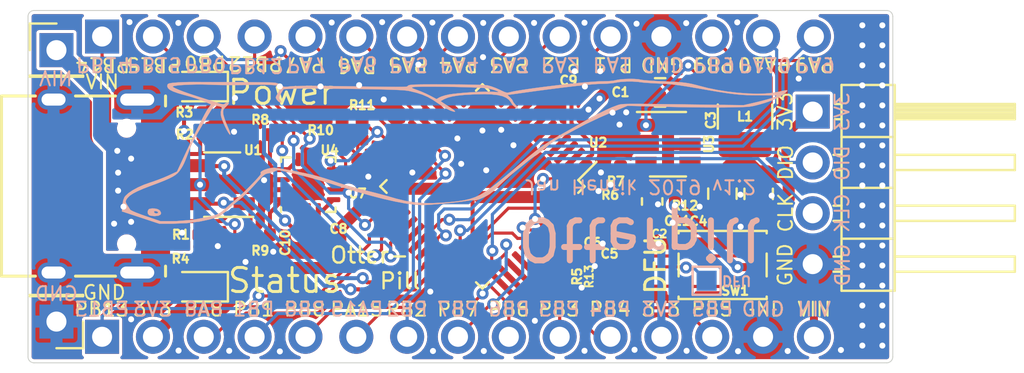
<source format=kicad_pcb>
(kicad_pcb (version 20171130) (host pcbnew 5.0.1)
  (layers (0 F.Cu signal) (31 B.Cu signal) (34 B.Paste user) (35 F.Paste user) (36 B.SilkS user) (37 F.SilkS user) (38 B.Mask user) (39 F.Mask user) (44 Edge.Cuts user))
  (net 0 "")
  (net 1 GND)
  (net 2 "Net-(C3-Pad2)")
  (net 3 "Net-(C3-Pad1)")
  (net 4 +3V3)
  (net 5 "Net-(D1-Pad1)")
  (net 6 "Net-(D2-Pad1)")
  (net 7 "Net-(J1-PadA8)")
  (net 8 "Net-(J1-PadB8)")
  (net 9 "Net-(R6-Pad2)")
  (net 10 "Net-(U2-Pad7)")
  (net 11 "Net-(U2-Pad6)")
  (net 12 "Net-(U2-Pad5)")
  (net 13 "Net-(U2-Pad4)")
  (net 14 "Net-(U2-Pad3)")
  (net 15 SWCLK)
  (net 16 SWDIO)
  (net 17 CC2)
  (net 18 CC1)
  (net 19 "Net-(R8-Pad2)")
  (net 20 "Net-(R9-Pad2)")
  (net 21 INT_N)
  (net 22 SDA)
  (net 23 SCL)
  (net 24 "Net-(U4-Pad13)")
  (net 25 "Net-(U4-Pad12)")
  (net 26 USB_P)
  (net 27 USB_N)
  (net 28 VIN)
  (net 29 315)
  (net 30 314)
  (net 31 313)
  (net 32 311)
  (net 33 310)
  (net 34 39)
  (net 35 38)
  (net 36 37)
  (net 37 36)
  (net 38 35)
  (net 39 33)
  (net 40 32)
  (net 41 31)
  (net 42 413)
  (net 43 411)
  (net 44 410)
  (net 45 49)
  (net 46 48)
  (net 47 47)
  (net 48 46)
  (net 49 45)
  (net 50 44)
  (net 51 43)
  (net 52 41)
  (net 53 312)
  (net 54 "Net-(R12-Pad2)")
  (net 55 "Net-(J7-Pad1)")
  (net 56 "Net-(R13-Pad1)")
  (module Capacitor_SMD:C_0603_1608Metric (layer F.Cu) (at 51.18 29.34 270)
    (fp_text reference C2 (at 1.62 -0.36) (layer F.SilkS) (effects (font (size 0.4 0.4) (thickness 0.1))))
    (fp_text value "100n 50V")
    (pad 1 smd roundrect (at -0.7875 0 270) (size 0.875 0.95) (layers F.Cu F.Paste F.Mask) (net 28 VIN))
    (pad 2 smd roundrect (at 0.7875 0 270) (size 0.875 0.95) (layers F.Cu F.Paste F.Mask) (net 1 GND))
  )
  (module otter:PinHeader_1x04_P2.54mm_Horizontal (layer F.Cu) (at 59.2 24.85)
    (fp_text reference J5 hide)
    (fp_text value SWD)
    (pad 4 thru_hole oval (at 0 7.62) (size 1.7 1.7) (drill 1) (layers *.Cu *.Mask) (net 1 GND))
    (pad 3 thru_hole oval (at 0 5.08) (size 1.7 1.7) (drill 1) (layers *.Cu *.Mask) (net 15 SWCLK))
    (pad 2 thru_hole oval (at 0 2.54) (size 1.7 1.7) (drill 1) (layers *.Cu *.Mask) (net 16 SWDIO))
    (pad 1 thru_hole rect (at 0 0) (size 1.7 1.7) (drill 1) (layers *.Cu *.Mask) (net 4 +3V3))
  )
  (module Resistor_SMD:R_0402_1005Metric (layer F.Cu) (at 49.83 33.09 90)
    (fp_text reference R13 (at 0 -1.8 270) (layer F.SilkS) (effects (font (size 0.4 0.4) (thickness 0.1))))
    (fp_text value 100)
    (pad 1 smd roundrect (at -0.485 0 90) (size 0.59 0.64) (layers F.Cu F.Paste F.Mask) (net 56 "Net-(R13-Pad1)"))
    (pad 2 smd roundrect (at 0.485 0 90) (size 0.59 0.64) (layers F.Cu F.Paste F.Mask) (net 55 "Net-(J7-Pad1)"))
  )
  (module TestPoint:TestPoint_Pad_1.0x1.0mm (layer B.Cu) (at 53.9 33.3)
    (fp_text reference J7 hide)
    (fp_text value PAD)
    (pad 1 smd rect (at 0 0) (size 1 1) (layers B.Cu B.Mask) (net 55 "Net-(J7-Pad1)"))
  )
  (module Inductor_SMD:L_1210_3225Metric (layer F.Cu) (at 55.82 25.1 270)
    (fp_text reference L1 (at 0 0) (layer F.SilkS) (effects (font (size 0.45 0.45) (thickness 0.1125))))
    (fp_text value 4u7)
    (pad 1 smd roundrect (at -1.4 0 270) (size 1.25 2.65) (layers F.Cu F.Paste F.Mask) (roundrect_rratio 0.2) (net 2 "Net-(C3-Pad2)"))
    (pad 2 smd roundrect (at 1.4 0 270) (size 1.25 2.65) (layers F.Cu F.Paste F.Mask) (roundrect_rratio 0.2) (net 4 +3V3))
  )
  (module Capacitor_SMD:C_0805_2012Metric (layer F.Cu) (at 54.69 28.95 270)
    (fp_text reference C11 (at 1.36 2.25) (layer F.SilkS) (effects (font (size 0.45 0.45) (thickness 0.1125))))
    (fp_text value "10u 25V")
    (pad 1 smd roundrect (at -0.9375 0 270) (size 0.975 1.4) (layers F.Cu F.Paste F.Mask) (net 4 +3V3))
    (pad 2 smd roundrect (at 0.9375 0 270) (size 0.975 1.4) (layers F.Cu F.Paste F.Mask) (net 1 GND))
  )
  (module Resistor_SMD:R_0402_1005Metric (layer F.Cu) (at 52.8 28.75)
    (fp_text reference R12 (at 0.02 0.8) (layer F.SilkS) (effects (font (size 0.45 0.45) (thickness 0.1125))))
    (fp_text value 10k)
    (pad 1 smd roundrect (at -0.485 0) (size 0.59 0.64) (layers F.Cu F.Paste F.Mask) (net 28 VIN))
    (pad 2 smd roundrect (at 0.485 0) (size 0.59 0.64) (layers F.Cu F.Paste F.Mask) (net 54 "Net-(R12-Pad2)"))
  )
  (module Connector_PinHeader_2.54mm:PinHeader_1x01_P2.54mm_Vertical (layer F.Cu) (at 21.42 21.78)
    (fp_text reference J2 hide)
    (fp_text value VBUS)
    (pad 1 thru_hole rect (at 0 0) (size 1.7 1.7) (drill 1) (layers *.Cu *.Mask) (net 28 VIN))
  )
  (module Connector_PinHeader_2.54mm:PinHeader_1x01_P2.54mm_Vertical (layer F.Cu) (at 21.42 35.34 180)
    (fp_text reference J6 hide)
    (fp_text value GND)
    (pad 1 thru_hole rect (at 0 0 180) (size 1.7 1.7) (drill 1) (layers *.Cu *.Mask) (net 1 GND))
  )
  (module Package_QFP:LQFP-48_7x7mm_P0.5mm (layer F.Cu) (at 42.7 28.589949 225)
    (fp_text reference U2 (at -5.635605 -2.538549) (layer F.SilkS) (effects (font (size 0.45 0.45) (thickness 0.1125))))
    (fp_text value STM32F072C8Tx)
    (pad 1 smd roundrect (at -4.1625 -2.75 225) (size 1.475 0.3) (layers F.Cu F.Paste F.Mask) (net 4 +3V3))
    (pad 2 smd roundrect (at -4.1625 -2.25 225) (size 1.475 0.3) (layers F.Cu F.Paste F.Mask) (net 55 "Net-(J7-Pad1)"))
    (pad 3 smd roundrect (at -4.1625 -1.75 225) (size 1.475 0.3) (layers F.Cu F.Paste F.Mask) (net 14 "Net-(U2-Pad3)"))
    (pad 4 smd roundrect (at -4.1625 -1.249999 225) (size 1.475 0.3) (layers F.Cu F.Paste F.Mask) (net 13 "Net-(U2-Pad4)"))
    (pad 5 smd roundrect (at -4.1625 -0.75 225) (size 1.475 0.3) (layers F.Cu F.Paste F.Mask) (net 12 "Net-(U2-Pad5)"))
    (pad 6 smd roundrect (at -4.1625 -0.25 225) (size 1.475 0.3) (layers F.Cu F.Paste F.Mask) (net 11 "Net-(U2-Pad6)"))
    (pad 7 smd roundrect (at -4.1625 0.25 225) (size 1.475 0.3) (layers F.Cu F.Paste F.Mask) (net 10 "Net-(U2-Pad7)"))
    (pad 8 smd roundrect (at -4.1625 0.75 225) (size 1.475 0.3) (layers F.Cu F.Paste F.Mask) (net 1 GND))
    (pad 9 smd roundrect (at -4.1625 1.249999 225) (size 1.475 0.3) (layers F.Cu F.Paste F.Mask) (net 4 +3V3))
    (pad 10 smd roundrect (at -4.1625 1.75 225) (size 1.475 0.3) (layers F.Cu F.Paste F.Mask) (net 53 312))
    (pad 11 smd roundrect (at -4.1625 2.25 225) (size 1.475 0.3) (layers F.Cu F.Paste F.Mask) (net 32 311))
    (pad 12 smd roundrect (at -4.1625 2.75 225) (size 1.475 0.3) (layers F.Cu F.Paste F.Mask) (net 33 310))
    (pad 13 smd roundrect (at -2.75 4.1625 225) (size 0.3 1.475) (layers F.Cu F.Paste F.Mask) (net 34 39))
    (pad 14 smd roundrect (at -2.25 4.1625 225) (size 0.3 1.475) (layers F.Cu F.Paste F.Mask) (net 35 38))
    (pad 15 smd roundrect (at -1.75 4.1625 225) (size 0.3 1.475) (layers F.Cu F.Paste F.Mask) (net 36 37))
    (pad 16 smd roundrect (at -1.249999 4.1625 225) (size 0.3 1.475) (layers F.Cu F.Paste F.Mask) (net 37 36))
    (pad 17 smd roundrect (at -0.75 4.1625 225) (size 0.3 1.475) (layers F.Cu F.Paste F.Mask) (net 38 35))
    (pad 18 smd roundrect (at -0.25 4.1625 225) (size 0.3 1.475) (layers F.Cu F.Paste F.Mask) (net 39 33))
    (pad 19 smd roundrect (at 0.25 4.1625 225) (size 0.3 1.475) (layers F.Cu F.Paste F.Mask) (net 50 44))
    (pad 20 smd roundrect (at 0.75 4.1625 225) (size 0.3 1.475) (layers F.Cu F.Paste F.Mask) (net 47 47))
    (pad 21 smd roundrect (at 1.249999 4.1625 225) (size 0.3 1.475) (layers F.Cu F.Paste F.Mask) (net 23 SCL))
    (pad 22 smd roundrect (at 1.75 4.1625 225) (size 0.3 1.475) (layers F.Cu F.Paste F.Mask) (net 22 SDA))
    (pad 23 smd roundrect (at 2.25 4.1625 225) (size 0.3 1.475) (layers F.Cu F.Paste F.Mask) (net 1 GND))
    (pad 24 smd roundrect (at 2.75 4.1625 225) (size 0.3 1.475) (layers F.Cu F.Paste F.Mask) (net 4 +3V3))
    (pad 25 smd roundrect (at 4.1625 2.75 225) (size 1.475 0.3) (layers F.Cu F.Paste F.Mask) (net 21 INT_N))
    (pad 26 smd roundrect (at 4.1625 2.25 225) (size 1.475 0.3) (layers F.Cu F.Paste F.Mask) (net 52 41))
    (pad 27 smd roundrect (at 4.1625 1.75 225) (size 1.475 0.3) (layers F.Cu F.Paste F.Mask) (net 41 31))
    (pad 28 smd roundrect (at 4.1625 1.249999 225) (size 1.475 0.3) (layers F.Cu F.Paste F.Mask) (net 40 32))
    (pad 29 smd roundrect (at 4.1625 0.75 225) (size 1.475 0.3) (layers F.Cu F.Paste F.Mask) (net 51 43))
    (pad 30 smd roundrect (at 4.1625 0.25 225) (size 1.475 0.3) (layers F.Cu F.Paste F.Mask) (net 29 315))
    (pad 31 smd roundrect (at 4.1625 -0.25 225) (size 1.475 0.3) (layers F.Cu F.Paste F.Mask) (net 30 314))
    (pad 32 smd roundrect (at 4.1625 -0.75 225) (size 1.475 0.3) (layers F.Cu F.Paste F.Mask) (net 27 USB_N))
    (pad 33 smd roundrect (at 4.1625 -1.249999 225) (size 1.475 0.3) (layers F.Cu F.Paste F.Mask) (net 26 USB_P))
    (pad 34 smd roundrect (at 4.1625 -1.75 225) (size 1.475 0.3) (layers F.Cu F.Paste F.Mask) (net 16 SWDIO))
    (pad 35 smd roundrect (at 4.1625 -2.25 225) (size 1.475 0.3) (layers F.Cu F.Paste F.Mask) (net 1 GND))
    (pad 36 smd roundrect (at 4.1625 -2.75 225) (size 1.475 0.3) (layers F.Cu F.Paste F.Mask) (net 4 +3V3))
    (pad 37 smd roundrect (at 2.75 -4.1625 225) (size 0.3 1.475) (layers F.Cu F.Paste F.Mask) (net 15 SWCLK))
    (pad 38 smd roundrect (at 2.25 -4.1625 225) (size 0.3 1.475) (layers F.Cu F.Paste F.Mask) (net 48 46))
    (pad 39 smd roundrect (at 1.75 -4.1625 225) (size 0.3 1.475) (layers F.Cu F.Paste F.Mask) (net 44 410))
    (pad 40 smd roundrect (at 1.249999 -4.1625 225) (size 0.3 1.475) (layers F.Cu F.Paste F.Mask) (net 43 411))
    (pad 41 smd roundrect (at 0.75 -4.1625 225) (size 0.3 1.475) (layers F.Cu F.Paste F.Mask) (net 42 413))
    (pad 42 smd roundrect (at 0.25 -4.1625 225) (size 0.3 1.475) (layers F.Cu F.Paste F.Mask) (net 45 49))
    (pad 43 smd roundrect (at -0.25 -4.1625 225) (size 0.3 1.475) (layers F.Cu F.Paste F.Mask) (net 46 48))
    (pad 44 smd roundrect (at -0.75 -4.1625 225) (size 0.3 1.475) (layers F.Cu F.Paste F.Mask) (net 55 "Net-(J7-Pad1)"))
    (pad 45 smd roundrect (at -1.249999 -4.1625 225) (size 0.3 1.475) (layers F.Cu F.Paste F.Mask) (net 49 45))
    (pad 46 smd roundrect (at -1.75 -4.1625 225) (size 0.3 1.475) (layers F.Cu F.Paste F.Mask) (net 31 313))
    (pad 47 smd roundrect (at -2.25 -4.1625 225) (size 0.3 1.475) (layers F.Cu F.Paste F.Mask) (net 1 GND))
    (pad 48 smd roundrect (at -2.75 -4.1625 225) (size 0.3 1.475) (layers F.Cu F.Paste F.Mask) (net 4 +3V3))
  )
  (module Connector_PinHeader_2.54mm:PinHeader_1x15_P2.54mm_Vertical (layer F.Cu) (at 23.7 21.1 90)
    (fp_text reference J3 hide)
    (fp_text value 1)
    (pad 15 thru_hole oval (at 0 35.56 90) (size 1.7 1.7) (drill 1) (layers *.Cu *.Mask) (net 29 315))
    (pad 14 thru_hole oval (at 0 33.02 90) (size 1.7 1.7) (drill 1) (layers *.Cu *.Mask) (net 30 314))
    (pad 13 thru_hole oval (at 0 30.48 90) (size 1.7 1.7) (drill 1) (layers *.Cu *.Mask) (net 31 313))
    (pad 12 thru_hole oval (at 0 27.94 90) (size 1.7 1.7) (drill 1) (layers *.Cu *.Mask) (net 1 GND))
    (pad 11 thru_hole oval (at 0 25.4 90) (size 1.7 1.7) (drill 1) (layers *.Cu *.Mask) (net 32 311))
    (pad 10 thru_hole oval (at 0 22.86 90) (size 1.7 1.7) (drill 1) (layers *.Cu *.Mask) (net 33 310))
    (pad 9 thru_hole oval (at 0 20.32 90) (size 1.7 1.7) (drill 1) (layers *.Cu *.Mask) (net 34 39))
    (pad 8 thru_hole oval (at 0 17.78 90) (size 1.7 1.7) (drill 1) (layers *.Cu *.Mask) (net 35 38))
    (pad 7 thru_hole oval (at 0 15.24 90) (size 1.7 1.7) (drill 1) (layers *.Cu *.Mask) (net 36 37))
    (pad 6 thru_hole oval (at 0 12.7 90) (size 1.7 1.7) (drill 1) (layers *.Cu *.Mask) (net 37 36))
    (pad 5 thru_hole oval (at 0 10.16 90) (size 1.7 1.7) (drill 1) (layers *.Cu *.Mask) (net 38 35))
    (pad 4 thru_hole oval (at 0 7.62 90) (size 1.7 1.7) (drill 1) (layers *.Cu *.Mask) (net 21 INT_N))
    (pad 3 thru_hole oval (at 0 5.08 90) (size 1.7 1.7) (drill 1) (layers *.Cu *.Mask) (net 39 33))
    (pad 2 thru_hole oval (at 0 2.54 90) (size 1.7 1.7) (drill 1) (layers *.Cu *.Mask) (net 40 32))
    (pad 1 thru_hole rect (at 0 0 90) (size 1.7 1.7) (drill 1) (layers *.Cu *.Mask) (net 41 31))
  )
  (module Connector_PinHeader_2.54mm:PinHeader_1x15_P2.54mm_Vertical (layer F.Cu) (at 23.7 36.1 90)
    (fp_text reference J4 hide)
    (fp_text value 2)
    (pad 15 thru_hole oval (at 0 35.56 90) (size 1.7 1.7) (drill 1) (layers *.Cu *.Mask) (net 28 VIN))
    (pad 14 thru_hole oval (at 0 33.02 90) (size 1.7 1.7) (drill 1) (layers *.Cu *.Mask) (net 1 GND))
    (pad 13 thru_hole oval (at 0 30.48 90) (size 1.7 1.7) (drill 1) (layers *.Cu *.Mask) (net 42 413))
    (pad 12 thru_hole oval (at 0 27.94 90) (size 1.7 1.7) (drill 1) (layers *.Cu *.Mask) (net 4 +3V3))
    (pad 11 thru_hole oval (at 0 25.4 90) (size 1.7 1.7) (drill 1) (layers *.Cu *.Mask) (net 43 411))
    (pad 10 thru_hole oval (at 0 22.86 90) (size 1.7 1.7) (drill 1) (layers *.Cu *.Mask) (net 44 410))
    (pad 9 thru_hole oval (at 0 20.32 90) (size 1.7 1.7) (drill 1) (layers *.Cu *.Mask) (net 45 49))
    (pad 8 thru_hole oval (at 0 17.78 90) (size 1.7 1.7) (drill 1) (layers *.Cu *.Mask) (net 46 48))
    (pad 7 thru_hole oval (at 0 15.24 90) (size 1.7 1.7) (drill 1) (layers *.Cu *.Mask) (net 47 47))
    (pad 6 thru_hole oval (at 0 12.7 90) (size 1.7 1.7) (drill 1) (layers *.Cu *.Mask) (net 48 46))
    (pad 5 thru_hole oval (at 0 10.16 90) (size 1.7 1.7) (drill 1) (layers *.Cu *.Mask) (net 49 45))
    (pad 4 thru_hole oval (at 0 7.62 90) (size 1.7 1.7) (drill 1) (layers *.Cu *.Mask) (net 50 44))
    (pad 3 thru_hole oval (at 0 5.08 90) (size 1.7 1.7) (drill 1) (layers *.Cu *.Mask) (net 51 43))
    (pad 2 thru_hole oval (at 0 2.54 90) (size 1.7 1.7) (drill 1) (layers *.Cu *.Mask) (net 4 +3V3))
    (pad 1 thru_hole rect (at 0 0 90) (size 1.7 1.7) (drill 1) (layers *.Cu *.Mask) (net 52 41))
  )
  (module Button_Switch_SMD:SW_SPST_PTS810 (layer F.Cu) (at 54.7 32.512 180)
    (fp_text reference SW1 (at -0.625 -1.288 180) (layer F.SilkS) (effects (font (size 0.45 0.45) (thickness 0.1125))))
    (fp_text value SW_Push)
    (pad 2 smd rect (at 2.075 1.075 180) (size 1.05 0.65) (layers F.Cu F.Paste F.Mask) (net 4 +3V3))
    (pad 2 smd rect (at -2.075 1.075 180) (size 1.05 0.65) (layers F.Cu F.Paste F.Mask) (net 4 +3V3))
    (pad 1 smd rect (at 2.075 -1.075 180) (size 1.05 0.65) (layers F.Cu F.Paste F.Mask) (net 56 "Net-(R13-Pad1)"))
    (pad 1 smd rect (at -2.075 -1.075 180) (size 1.05 0.65) (layers F.Cu F.Paste F.Mask) (net 56 "Net-(R13-Pad1)"))
  )
  (module Capacitor_SMD:C_0402_1005Metric (layer F.Cu) (at 33.6 31.4 270)
    (fp_text reference C10 (at 0 0.75 90) (layer F.SilkS) (effects (font (size 0.45 0.45) (thickness 0.1125))))
    (fp_text value "100n 50V")
    (pad 2 smd roundrect (at 0.485 0 270) (size 0.59 0.64) (layers F.Cu F.Paste F.Mask) (net 1 GND))
    (pad 1 smd roundrect (at -0.485 0 270) (size 0.59 0.64) (layers F.Cu F.Paste F.Mask) (net 28 VIN))
  )
  (module Capacitor_SMD:C_0402_1005Metric (layer F.Cu) (at 46.1 23.8 315)
    (fp_text reference C9 (at 0.282843 -0.989949 180) (layer F.SilkS) (effects (font (size 0.45 0.45) (thickness 0.1125))))
    (fp_text value "100n 50V")
    (pad 2 smd roundrect (at 0.485 0 315) (size 0.59 0.64) (layers F.Cu F.Paste F.Mask) (net 1 GND))
    (pad 1 smd roundrect (at -0.485 0 315) (size 0.59 0.64) (layers F.Cu F.Paste F.Mask) (net 4 +3V3))
  )
  (module Capacitor_SMD:C_0402_1005Metric (layer F.Cu) (at 34.6 31.4 270)
    (fp_text reference C8 (at -0.69 -0.91 180) (layer F.SilkS) (effects (font (size 0.45 0.45) (thickness 0.1125))))
    (fp_text value "100n 50V")
    (pad 2 smd roundrect (at 0.485 0 270) (size 0.59 0.64) (layers F.Cu F.Paste F.Mask) (net 1 GND))
    (pad 1 smd roundrect (at -0.485 0 270) (size 0.59 0.64) (layers F.Cu F.Paste F.Mask) (net 4 +3V3))
  )
  (module Capacitor_SMD:C_0402_1005Metric (layer F.Cu) (at 36.47 27.7 270)
    (fp_text reference C7 (at 1.24 0.01 180) (layer F.SilkS) (effects (font (size 0.45 0.45) (thickness 0.1125))))
    (fp_text value "100n 50V")
    (pad 2 smd roundrect (at 0.485 0 270) (size 0.59 0.64) (layers F.Cu F.Paste F.Mask) (net 1 GND))
    (pad 1 smd roundrect (at -0.485 0 270) (size 0.59 0.64) (layers F.Cu F.Paste F.Mask) (net 4 +3V3))
  )
  (module Capacitor_SMD:C_0402_1005Metric (layer F.Cu) (at 48.92 30.255 270)
    (fp_text reference C6 (at 1.145 0.72 180) (layer F.SilkS) (effects (font (size 0.45 0.45) (thickness 0.1125))))
    (fp_text value "100n 50V")
    (pad 2 smd roundrect (at 0.485 0 270) (size 0.59 0.64) (layers F.Cu F.Paste F.Mask) (net 1 GND))
    (pad 1 smd roundrect (at -0.485 0 270) (size 0.59 0.64) (layers F.Cu F.Paste F.Mask) (net 4 +3V3))
  )
  (module Capacitor_SMD:C_0402_1005Metric (layer F.Cu) (at 49.93 31 270)
    (fp_text reference C5 (at 0.95 0.88 180) (layer F.SilkS) (effects (font (size 0.45 0.45) (thickness 0.1125))))
    (fp_text value "100n 50V")
    (pad 2 smd roundrect (at 0.485 0 270) (size 0.59 0.64) (layers F.Cu F.Paste F.Mask) (net 1 GND))
    (pad 1 smd roundrect (at -0.485 0 270) (size 0.59 0.64) (layers F.Cu F.Paste F.Mask) (net 4 +3V3))
  )
  (module Capacitor_SMD:C_0402_1005Metric (layer F.Cu) (at 53.72 23.87 270)
    (fp_text reference C3 (at 1.41 -0.39 270) (layer F.SilkS) (effects (font (size 0.45 0.45) (thickness 0.1125))))
    (fp_text value "100n 50V")
    (pad 2 smd roundrect (at 0.485 0 270) (size 0.59 0.64) (layers F.Cu F.Paste F.Mask) (net 2 "Net-(C3-Pad2)"))
    (pad 1 smd roundrect (at -0.485 0 270) (size 0.59 0.64) (layers F.Cu F.Paste F.Mask) (net 3 "Net-(C3-Pad1)"))
  )
  (module Resistor_SMD:R_0402_1005Metric (layer F.Cu) (at 36.69 25.770001 90)
    (fp_text reference R11 (at 1.240001 0 180) (layer F.SilkS) (effects (font (size 0.45 0.45) (thickness 0.1125))))
    (fp_text value 3k3)
    (pad 2 smd roundrect (at 0.485 0 90) (size 0.59 0.64) (layers F.Cu F.Paste F.Mask) (net 22 SDA))
    (pad 1 smd roundrect (at -0.485 0 90) (size 0.59 0.64) (layers F.Cu F.Paste F.Mask) (net 4 +3V3))
  )
  (module Resistor_SMD:R_0402_1005Metric (layer F.Cu) (at 35.69 25.770001 90)
    (fp_text reference R10 (at -0.009999 -1.07 -180) (layer F.SilkS) (effects (font (size 0.45 0.45) (thickness 0.1125))))
    (fp_text value 3k3)
    (pad 2 smd roundrect (at 0.485 0 90) (size 0.59 0.64) (layers F.Cu F.Paste F.Mask) (net 23 SCL))
    (pad 1 smd roundrect (at -0.485 0 90) (size 0.59 0.64) (layers F.Cu F.Paste F.Mask) (net 4 +3V3))
  )
  (module Resistor_SMD:R_0402_1005Metric (layer F.Cu) (at 31.6 31)
    (fp_text reference R9 (at 0 0.8) (layer F.SilkS) (effects (font (size 0.45 0.45) (thickness 0.1125))))
    (fp_text value 0)
    (pad 2 smd roundrect (at 0.485 0) (size 0.59 0.64) (layers F.Cu F.Paste F.Mask) (net 20 "Net-(R9-Pad2)"))
    (pad 1 smd roundrect (at -0.485 0) (size 0.59 0.64) (layers F.Cu F.Paste F.Mask) (net 17 CC2))
  )
  (module Resistor_SMD:R_0402_1005Metric (layer F.Cu) (at 31.6 26)
    (fp_text reference R8 (at 0 -0.74) (layer F.SilkS) (effects (font (size 0.45 0.45) (thickness 0.1125))))
    (fp_text value 0)
    (pad 2 smd roundrect (at 0.485 0) (size 0.59 0.64) (layers F.Cu F.Paste F.Mask) (net 19 "Net-(R8-Pad2)"))
    (pad 1 smd roundrect (at -0.485 0) (size 0.59 0.64) (layers F.Cu F.Paste F.Mask) (net 18 CC1))
  )
  (module Resistor_SMD:R_0402_1005Metric (layer F.Cu) (at 49.6 27.085 90)
    (fp_text reference R7 (at -1.255 -0.24 180) (layer F.SilkS) (effects (font (size 0.45 0.45) (thickness 0.1125))))
    (fp_text value 3k3)
    (pad 2 smd roundrect (at 0.485 0 90) (size 0.59 0.64) (layers F.Cu F.Paste F.Mask) (net 1 GND))
    (pad 1 smd roundrect (at -0.485 0 90) (size 0.59 0.64) (layers F.Cu F.Paste F.Mask) (net 9 "Net-(R6-Pad2)"))
  )
  (module Resistor_SMD:R_0402_1005Metric (layer F.Cu) (at 49.93 28.99 90)
    (fp_text reference R6 (at -0.02 -0.85 -180) (layer F.SilkS) (effects (font (size 0.45 0.45) (thickness 0.1125))))
    (fp_text value 10k)
    (pad 2 smd roundrect (at 0.485 0 90) (size 0.59 0.64) (layers F.Cu F.Paste F.Mask) (net 9 "Net-(R6-Pad2)"))
    (pad 1 smd roundrect (at -0.485 0 90) (size 0.59 0.64) (layers F.Cu F.Paste F.Mask) (net 4 +3V3))
  )
  (module Resistor_SMD:R_0402_1005Metric (layer F.Cu) (at 48.8 33.095 90)
    (fp_text reference R5 (at 0.005 -1.37 270) (layer F.SilkS) (effects (font (size 0.45 0.45) (thickness 0.1125))))
    (fp_text value 3k3)
    (pad 2 smd roundrect (at 0.485 0 90) (size 0.59 0.64) (layers F.Cu F.Paste F.Mask) (net 1 GND))
    (pad 1 smd roundrect (at -0.485 0 90) (size 0.59 0.64) (layers F.Cu F.Paste F.Mask) (net 55 "Net-(J7-Pad1)"))
  )
  (module Resistor_SMD:R_0402_1005Metric (layer F.Cu) (at 29 32.2)
    (fp_text reference R4 (at -1.38 0) (layer F.SilkS) (effects (font (size 0.45 0.45) (thickness 0.1125))))
    (fp_text value 3k3)
    (pad 2 smd roundrect (at 0.485 0) (size 0.59 0.64) (layers F.Cu F.Paste F.Mask) (net 1 GND))
    (pad 1 smd roundrect (at -0.485 0) (size 0.59 0.64) (layers F.Cu F.Paste F.Mask) (net 6 "Net-(D2-Pad1)"))
  )
  (module Resistor_SMD:R_0402_1005Metric (layer F.Cu) (at 29.2 24.9)
    (fp_text reference R3 (at -1.39 0) (layer F.SilkS) (effects (font (size 0.45 0.45) (thickness 0.1125))))
    (fp_text value 3k3)
    (pad 2 smd roundrect (at 0.485 0) (size 0.59 0.64) (layers F.Cu F.Paste F.Mask) (net 1 GND))
    (pad 1 smd roundrect (at -0.485 0) (size 0.59 0.64) (layers F.Cu F.Paste F.Mask) (net 5 "Net-(D1-Pad1)"))
  )
  (module Resistor_SMD:R_0402_1005Metric (layer F.Cu) (at 29.2 26 180)
    (fp_text reference R2 (at 1.37 0 180) (layer F.SilkS) (effects (font (size 0.45 0.45) (thickness 0.1125))))
    (fp_text value DNP)
    (pad 2 smd roundrect (at 0.485 0 180) (size 0.59 0.64) (layers F.Cu F.Paste F.Mask) (net 18 CC1))
    (pad 1 smd roundrect (at -0.485 0 180) (size 0.59 0.64) (layers F.Cu F.Paste F.Mask) (net 1 GND))
  )
  (module Resistor_SMD:R_0402_1005Metric (layer F.Cu) (at 29 31 180)
    (fp_text reference R1 (at 1.36 0 180) (layer F.SilkS) (effects (font (size 0.45 0.45) (thickness 0.1125))))
    (fp_text value DNP)
    (pad 2 smd roundrect (at 0.485 0 180) (size 0.59 0.64) (layers F.Cu F.Paste F.Mask) (net 17 CC2))
    (pad 1 smd roundrect (at -0.485 0 180) (size 0.59 0.64) (layers F.Cu F.Paste F.Mask) (net 1 GND))
  )
  (module Package_DFN_QFN:WQFN-14-1EP_2.5x2.5mm_P0.5mm_EP1.45x1.45mm (layer F.Cu) (at 34 28.5 90)
    (fp_text reference U4 (at 1.72 1.07 180) (layer F.SilkS) (effects (font (size 0.45 0.45) (thickness 0.1125))))
    (fp_text value FUSB302BMPX)
    (pad 14 smd roundrect (at -0.75 -1.2625 90) (size 0.25 0.675) (layers F.Cu F.Paste F.Mask) (net 20 "Net-(R9-Pad2)"))
    (pad 13 smd roundrect (at -0.25 -1.2625 90) (size 0.25 0.675) (layers F.Cu F.Paste F.Mask) (net 24 "Net-(U4-Pad13)"))
    (pad 12 smd roundrect (at 0.25 -1.2625 90) (size 0.25 0.675) (layers F.Cu F.Paste F.Mask) (net 25 "Net-(U4-Pad12)"))
    (pad 11 smd roundrect (at 0.75 -1.2625 90) (size 0.25 0.675) (layers F.Cu F.Paste F.Mask) (net 19 "Net-(R8-Pad2)"))
    (pad 10 smd roundrect (at 1.2625 -0.5 90) (size 0.675 0.25) (layers F.Cu F.Paste F.Mask) (net 19 "Net-(R8-Pad2)"))
    (pad 9 smd roundrect (at 1.2625 0 90) (size 0.675 0.25) (layers F.Cu F.Paste F.Mask) (net 1 GND))
    (pad 8 smd roundrect (at 1.2625 0.5 90) (size 0.675 0.25) (layers F.Cu F.Paste F.Mask) (net 1 GND))
    (pad 7 smd roundrect (at 0.75 1.2625 90) (size 0.25 0.675) (layers F.Cu F.Paste F.Mask) (net 22 SDA))
    (pad 6 smd roundrect (at 0.25 1.2625 90) (size 0.25 0.675) (layers F.Cu F.Paste F.Mask) (net 23 SCL))
    (pad 5 smd roundrect (at -0.25 1.2625 90) (size 0.25 0.675) (layers F.Cu F.Paste F.Mask) (net 21 INT_N))
    (pad 4 smd roundrect (at -0.75 1.2625 90) (size 0.25 0.675) (layers F.Cu F.Paste F.Mask) (net 4 +3V3))
    (pad 3 smd roundrect (at -1.2625 0.5 90) (size 0.675 0.25) (layers F.Cu F.Paste F.Mask) (net 4 +3V3))
    (pad 2 smd roundrect (at -1.2625 0 90) (size 0.675 0.25) (layers F.Cu F.Paste F.Mask) (net 28 VIN))
    (pad 1 smd roundrect (at -1.2625 -0.5 90) (size 0.675 0.25) (layers F.Cu F.Paste F.Mask) (net 20 "Net-(R9-Pad2)"))
    (pad 15 smd roundrect (at 0 0 90) (size 1.45 1.45) (layers F.Cu F.Mask) (roundrect_rratio 0.172414) (net 1 GND))
  )
  (module Package_TO_SOT_SMD:SOT-23-6 (layer F.Cu) (at 51.97 26.48)
    (fp_text reference U3 (at 2.05 0 -270) (layer F.SilkS) (effects (font (size 0.45 0.45) (thickness 0.1125))))
    (fp_text value SY8201)
    (pad 5 smd rect (at 1.1 0) (size 1.06 0.65) (layers F.Cu F.Paste F.Mask) (net 28 VIN))
    (pad 6 smd rect (at 1.1 -0.95) (size 1.06 0.65) (layers F.Cu F.Paste F.Mask) (net 2 "Net-(C3-Pad2)"))
    (pad 4 smd rect (at 1.1 0.95) (size 1.06 0.65) (layers F.Cu F.Paste F.Mask) (net 54 "Net-(R12-Pad2)"))
    (pad 3 smd rect (at -1.1 0.95) (size 1.06 0.65) (layers F.Cu F.Paste F.Mask) (net 9 "Net-(R6-Pad2)"))
    (pad 2 smd rect (at -1.1 0) (size 1.06 0.65) (layers F.Cu F.Paste F.Mask) (net 1 GND))
    (pad 1 smd rect (at -1.1 -0.95) (size 1.06 0.65) (layers F.Cu F.Paste F.Mask) (net 3 "Net-(C3-Pad1)"))
  )
  (module Package_TO_SOT_SMD:SOT-23-6 (layer F.Cu) (at 29.7 28.5 180)
    (fp_text reference U1 (at -1.55 1.725 180) (layer F.SilkS) (effects (font (size 0.45 0.45) (thickness 0.1125))))
    (fp_text value USBLC6-4)
    (pad 5 smd rect (at 1.1 0 180) (size 1.06 0.65) (layers F.Cu F.Paste F.Mask) (net 4 +3V3))
    (pad 6 smd rect (at 1.1 -0.95 180) (size 1.06 0.65) (layers F.Cu F.Paste F.Mask) (net 26 USB_P))
    (pad 4 smd rect (at 1.1 0.95 180) (size 1.06 0.65) (layers F.Cu F.Paste F.Mask) (net 27 USB_N))
    (pad 3 smd rect (at -1.1 0.95 180) (size 1.06 0.65) (layers F.Cu F.Paste F.Mask) (net 18 CC1))
    (pad 2 smd rect (at -1.1 0 180) (size 1.06 0.65) (layers F.Cu F.Paste F.Mask) (net 1 GND))
    (pad 1 smd rect (at -1.1 -0.95 180) (size 1.06 0.65) (layers F.Cu F.Paste F.Mask) (net 17 CC2))
  )
  (module "otter:USB-C 16Pin" (layer F.Cu) (at 26.369999 28.57 270)
    (fp_text reference J1 hide)
    (fp_text value USB-c)
    (pad S1 thru_hole oval (at -4.32 0.915 270) (size 1 2.1) (drill oval 0.6 1.7) (layers *.Cu *.Mask) (net 1 GND))
    (pad S1 thru_hole oval (at 4.32 0.915 270) (size 1 2.1) (drill oval 0.6 1.7) (layers *.Cu *.Mask) (net 1 GND))
    (pad S1 thru_hole oval (at -4.32 5.095 270) (size 1 1.6) (drill oval 0.6 1.2) (layers *.Cu *.Mask) (net 1 GND))
    (pad S1 thru_hole oval (at 4.32 5.095 270) (size 1 1.6) (drill oval 0.6 1.2) (layers *.Cu *.Mask) (net 1 GND))
    (pad "" np_thru_hole circle (at 2.89 1.445 270) (size 0.65 0.65) (drill 0.65) (layers *.Cu *.Mask))
    (pad "" np_thru_hole circle (at -2.89 1.445 270) (size 0.65 0.65) (drill 0.65) (layers *.Cu *.Mask))
    (pad B1 smd rect (at 3.2 0 270) (size 0.6 1.45) (layers F.Cu F.Paste F.Mask) (net 1 GND))
    (pad B4 smd rect (at 2.4 0 270) (size 0.6 1.45) (layers F.Cu F.Paste F.Mask) (net 28 VIN))
    (pad B5 smd rect (at 1.75 0 270) (size 0.3 1.45) (layers F.Cu F.Paste F.Mask) (net 17 CC2))
    (pad A8 smd rect (at 1.25 0 270) (size 0.3 1.45) (layers F.Cu F.Paste F.Mask) (net 7 "Net-(J1-PadA8)"))
    (pad B6 smd rect (at 0.75 0 270) (size 0.3 1.45) (layers F.Cu F.Paste F.Mask) (net 26 USB_P))
    (pad A7 smd rect (at 0.25 0 270) (size 0.3 1.45) (layers F.Cu F.Paste F.Mask) (net 27 USB_N))
    (pad A6 smd rect (at -0.25 0 270) (size 0.3 1.45) (layers F.Cu F.Paste F.Mask) (net 26 USB_P))
    (pad B7 smd rect (at -0.75 0 270) (size 0.3 1.45) (layers F.Cu F.Paste F.Mask) (net 27 USB_N))
    (pad A5 smd rect (at -1.25 0 270) (size 0.3 1.45) (layers F.Cu F.Paste F.Mask) (net 18 CC1))
    (pad B8 smd rect (at -1.75 0 270) (size 0.3 1.45) (layers F.Cu F.Paste F.Mask) (net 8 "Net-(J1-PadB8)"))
    (pad A4 smd rect (at -2.4 0 270) (size 0.6 1.45) (layers F.Cu F.Paste F.Mask) (net 28 VIN))
    (pad A1 smd rect (at -3.2 0 270) (size 0.6 1.45) (layers F.Cu F.Paste F.Mask) (net 1 GND))
  )
  (module LED_SMD:LED_0603_1608Metric (layer F.Cu) (at 28.5 33.6 180)
    (fp_text reference D2 hide)
    (fp_text value "LED GREEN")
    (pad 2 smd roundrect (at 0.7875 0 180) (size 0.875 0.95) (layers F.Cu F.Paste F.Mask) (net 52 41))
    (pad 1 smd roundrect (at -0.7875 0 180) (size 0.875 0.95) (layers F.Cu F.Paste F.Mask) (net 6 "Net-(D2-Pad1)"))
  )
  (module LED_SMD:LED_0603_1608Metric (layer F.Cu) (at 28.5 23.6 180)
    (fp_text reference D1 hide)
    (fp_text value "LED RED")
    (pad 2 smd roundrect (at 0.7875 0 180) (size 0.875 0.95) (layers F.Cu F.Paste F.Mask) (net 4 +3V3))
    (pad 1 smd roundrect (at -0.7875 0 180) (size 0.875 0.95) (layers F.Cu F.Paste F.Mask) (net 5 "Net-(D1-Pad1)"))
  )
  (module Capacitor_SMD:C_0805_2012Metric (layer F.Cu) (at 56.5 28.96 270)
    (fp_text reference C4 (at 1.37 3.01) (layer F.SilkS) (effects (font (size 0.45 0.45) (thickness 0.1125))))
    (fp_text value "10u 25V")
    (pad 2 smd roundrect (at 0.9375 0 270) (size 0.975 1.4) (layers F.Cu F.Paste F.Mask) (net 1 GND))
    (pad 1 smd roundrect (at -0.9375 0 270) (size 0.975 1.4) (layers F.Cu F.Paste F.Mask) (net 4 +3V3))
  )
  (module Capacitor_SMD:C_0805_2012Metric (layer F.Cu) (at 51.58 23.89 180)
    (fp_text reference C1 (at 1.98 0.01) (layer F.SilkS) (effects (font (size 0.45 0.45) (thickness 0.1125))))
    (fp_text value "10u 25V")
    (pad 2 smd roundrect (at 0.9375 0 180) (size 0.975 1.4) (layers F.Cu F.Paste F.Mask) (net 1 GND))
    (pad 1 smd roundrect (at -0.9375 0 180) (size 0.975 1.4) (layers F.Cu F.Paste F.Mask) (net 28 VIN))
  )
  (module otter:otter_laying_3411 (layer B.Cu) (at 41 26.81)
    (fp_text reference G*** hide)
    (fp_text value LOGO hide)
  )
  (gr_text "Otter-\n     Pill" (at 37.06 32.67) (layer F.SilkS) (effects (font (size 0.8 0.8) (thickness 0.12))))
  (gr_text 3V3 (at 57.82 24.84 90) (layer F.SilkS) (effects (font (size 0.7 0.7) (thickness 0.1))))
  (gr_text GND (at 21.42 33.95) (layer B.SilkS) (effects (font (size 0.7 0.7) (thickness 0.1)) (justify mirror)))
  (gr_text VIN (at 21.39 23.16 180) (layer B.SilkS) (effects (font (size 0.7 0.7) (thickness 0.1)) (justify mirror)))
  (gr_text VIN (at 23.71 23.37) (layer F.SilkS) (effects (font (size 0.7 0.7) (thickness 0.1))))
  (gr_text GND (at 23.81 33.89) (layer F.SilkS) (effects (font (size 0.7 0.7) (thickness 0.1))))
  (gr_text DFU (at 55.4 33.3 180) (layer B.SilkS) (effects (font (size 0.5 0.5) (thickness 0.1)) (justify mirror)))
  (gr_text "Otterpill\n" (at 50.59 31.19 180) (layer B.SilkS) (effects (font (size 2 2) (thickness 0.3)) (justify mirror)))
  (gr_text "Jan Henrik 2019 v1.2" (at 50.59 28.6 180) (layer B.SilkS) (effects (font (size 0.7 0.7) (thickness 0.1)) (justify mirror)))
  (gr_text 3V3 (at 60.67 24.87 90) (layer B.SilkS) (effects (font (size 0.7 0.7) (thickness 0.1)) (justify mirror)))
  (gr_text DIO (at 60.67 27.42 90) (layer B.SilkS) (effects (font (size 0.7 0.7) (thickness 0.1)) (justify mirror)))
  (gr_text CLK (at 60.67 29.92 90) (layer B.SilkS) (effects (font (size 0.7 0.7) (thickness 0.1)) (justify mirror)))
  (gr_text GND (at 60.695 32.52 90) (layer B.SilkS) (effects (font (size 0.7 0.7) (thickness 0.1)) (justify mirror)))
  (gr_text GND (at 51.725 22.5 180) (layer B.SilkS) (effects (font (size 0.7 0.7) (thickness 0.1)) (justify mirror)))
  (gr_text PB0 (at 28.875 22.5 180) (layer B.SilkS) (effects (font (size 0.7 0.7) (thickness 0.1)) (justify mirror)))
  (gr_text PB9 (at 54.275 22.5 180) (layer B.SilkS) (effects (font (size 0.7 0.7) (thickness 0.1)) (justify mirror)))
  (gr_text PB12 (at 31.4 22.55 180) (layer B.SilkS) (effects (font (size 0.7 0.7) (thickness 0.1)) (justify mirror)))
  (gr_text PA6 (at 36.475 22.45 180) (layer B.SilkS) (effects (font (size 0.7 0.7) (thickness 0.1)) (justify mirror)))
  (gr_text PA10 (at 56.825 22.5 180) (layer B.SilkS) (effects (font (size 0.7 0.7) (thickness 0.1)) (justify mirror)))
  (gr_text PA1 (at 49.2 22.5 180) (layer B.SilkS) (effects (font (size 0.7 0.7) (thickness 0.1)) (justify mirror)))
  (gr_text PA5 (at 39.025 22.5 180) (layer B.SilkS) (effects (font (size 0.7 0.7) (thickness 0.1)) (justify mirror)))
  (gr_text PB14 (at 23.775 22.5 180) (layer B.SilkS) (effects (font (size 0.7 0.7) (thickness 0.1)) (justify mirror)))
  (gr_text PA3 (at 44.075 22.5 180) (layer B.SilkS) (effects (font (size 0.7 0.7) (thickness 0.1)) (justify mirror)))
  (gr_text PA9 (at 59.325 22.5 180) (layer B.SilkS) (effects (font (size 0.7 0.7) (thickness 0.1)) (justify mirror)))
  (gr_text PB15 (at 26.325 22.5 180) (layer B.SilkS) (effects (font (size 0.7 0.7) (thickness 0.1)) (justify mirror)))
  (gr_text PA4 (at 41.55 22.5 180) (layer B.SilkS) (effects (font (size 0.7 0.7) (thickness 0.1)) (justify mirror)))
  (gr_text PA7 (at 33.9 22.5 180) (layer B.SilkS) (effects (font (size 0.7 0.7) (thickness 0.1)) (justify mirror)))
  (gr_text PA2 (at 46.6 22.5 180) (layer B.SilkS) (effects (font (size 0.7 0.7) (thickness 0.1)) (justify mirror)))
  (gr_text PB7 (at 41.475 34.725) (layer B.SilkS) (effects (font (size 0.7 0.7) (thickness 0.1)) (justify mirror)))
  (gr_text GND (at 56.725 34.725) (layer B.SilkS) (effects (font (size 0.7 0.7) (thickness 0.1)) (justify mirror)))
  (gr_text PB1 (at 31.275 34.725) (layer B.SilkS) (effects (font (size 0.7 0.7) (thickness 0.1)) (justify mirror)))
  (gr_text PA8 (at 28.775 34.725) (layer B.SilkS) (effects (font (size 0.7 0.7) (thickness 0.1)) (justify mirror)))
  (gr_text PB3 (at 46.525 34.725) (layer B.SilkS) (effects (font (size 0.7 0.7) (thickness 0.1)) (justify mirror)))
  (gr_text 3V3 (at 51.625 34.725) (layer B.SilkS) (effects (font (size 0.7 0.7) (thickness 0.1)) (justify mirror)))
  (gr_text PB5 (at 54.175 34.725) (layer B.SilkS) (effects (font (size 0.7 0.7) (thickness 0.1)) (justify mirror)))
  (gr_text PB4 (at 49.075 34.725) (layer B.SilkS) (effects (font (size 0.7 0.7) (thickness 0.1)) (justify mirror)))
  (gr_text PA15 (at 36.425 34.725) (layer B.SilkS) (effects (font (size 0.7 0.7) (thickness 0.1)) (justify mirror)))
  (gr_text PB2 (at 38.925 34.725) (layer B.SilkS) (effects (font (size 0.7 0.7) (thickness 0.1)) (justify mirror)))
  (gr_text VIN (at 59.275 34.725) (layer B.SilkS) (effects (font (size 0.7 0.7) (thickness 0.1)) (justify mirror)))
  (gr_text PB8 (at 33.825 34.725) (layer B.SilkS) (effects (font (size 0.7 0.7) (thickness 0.1)) (justify mirror)))
  (gr_text PB6 (at 44.025 34.725) (layer B.SilkS) (effects (font (size 0.7 0.7) (thickness 0.1)) (justify mirror)))
  (gr_text PB13 (at 23.675 34.725) (layer B.SilkS) (effects (font (size 0.7 0.7) (thickness 0.1)) (justify mirror)))
  (gr_text 3V3 (at 26.225 34.725) (layer B.SilkS) (effects (font (size 0.7 0.7) (thickness 0.1)) (justify mirror)))
  (gr_text PB0 (at 28.83 22.41 180) (layer F.SilkS) (effects (font (size 0.7 0.7) (thickness 0.1))))
  (gr_text PB14 (at 23.725 22.5 180) (layer F.SilkS) (effects (font (size 0.7 0.7) (thickness 0.1))))
  (gr_text PB15 (at 26.275 22.5 180) (layer F.SilkS) (effects (font (size 0.7 0.7) (thickness 0.1))))
  (gr_text PB12 (at 31.35 22.45 180) (layer F.SilkS) (effects (font (size 0.7 0.7) (thickness 0.1))))
  (gr_text PA7 (at 33.85 22.5 180) (layer F.SilkS) (effects (font (size 0.7 0.7) (thickness 0.1))))
  (gr_text PA6 (at 36.425 22.55 180) (layer F.SilkS) (effects (font (size 0.7 0.7) (thickness 0.1))))
  (gr_text PA5 (at 38.975 22.5 180) (layer F.SilkS) (effects (font (size 0.7 0.7) (thickness 0.1))))
  (gr_text PA4 (at 41.5 22.5 180) (layer F.SilkS) (effects (font (size 0.7 0.7) (thickness 0.1))))
  (gr_text PA3 (at 44.025 22.5 180) (layer F.SilkS) (effects (font (size 0.7 0.7) (thickness 0.1))))
  (gr_text PA2 (at 46.63 22.5 180) (layer F.SilkS) (effects (font (size 0.7 0.7) (thickness 0.1))))
  (gr_text PA1 (at 49.23 22.5 180) (layer F.SilkS) (effects (font (size 0.7 0.7) (thickness 0.1))))
  (gr_text GND (at 51.675 22.5 180) (layer F.SilkS) (effects (font (size 0.7 0.7) (thickness 0.1))))
  (gr_text PB9 (at 54.225 22.5 180) (layer F.SilkS) (effects (font (size 0.7 0.7) (thickness 0.1))))
  (gr_text PA10 (at 56.775 22.5 180) (layer F.SilkS) (effects (font (size 0.7 0.7) (thickness 0.1))))
  (gr_text PA9 (at 59.275 22.5 180) (layer F.SilkS) (effects (font (size 0.7 0.7) (thickness 0.1))))
  (gr_text VIN (at 59.275 34.725) (layer F.SilkS) (effects (font (size 0.7 0.7) (thickness 0.1))))
  (gr_text GND (at 56.725 34.725) (layer F.SilkS) (effects (font (size 0.7 0.7) (thickness 0.1))))
  (gr_text PB5 (at 54.175 34.725) (layer F.SilkS) (effects (font (size 0.7 0.7) (thickness 0.1))))
  (gr_text 3V3 (at 51.625 34.725) (layer F.SilkS) (effects (font (size 0.7 0.7) (thickness 0.1))))
  (gr_text PB4 (at 49.075 34.725) (layer F.SilkS) (effects (font (size 0.7 0.7) (thickness 0.1))))
  (gr_text PB3 (at 46.525 34.725) (layer F.SilkS) (effects (font (size 0.7 0.7) (thickness 0.1))))
  (gr_text PB6 (at 44.025 34.725) (layer F.SilkS) (effects (font (size 0.7 0.7) (thickness 0.1))))
  (gr_text PB7 (at 41.475 34.725) (layer F.SilkS) (effects (font (size 0.7 0.7) (thickness 0.1))))
  (gr_text PB2 (at 38.925 34.725) (layer F.SilkS) (effects (font (size 0.7 0.7) (thickness 0.1))))
  (gr_text PA15 (at 36.425 34.725) (layer F.SilkS) (effects (font (size 0.7 0.7) (thickness 0.1))))
  (gr_text PB8 (at 33.825 34.725) (layer F.SilkS) (effects (font (size 0.7 0.7) (thickness 0.1))))
  (gr_text PB1 (at 31.275 34.725) (layer F.SilkS) (effects (font (size 0.7 0.7) (thickness 0.1))))
  (gr_text PA8 (at 28.775 34.725) (layer F.SilkS) (effects (font (size 0.7 0.7) (thickness 0.1))))
  (gr_text PB13 (at 23.675 34.725) (layer F.SilkS) (effects (font (size 0.7 0.7) (thickness 0.1))))
  (gr_text 3V3 (at 26.225 34.725) (layer F.SilkS) (effects (font (size 0.7 0.7) (thickness 0.1))))
  (gr_text DIO (at 57.85 27.4 90) (layer F.SilkS) (effects (font (size 0.7 0.7) (thickness 0.1))))
  (gr_text CLK (at 57.85 29.9 90) (layer F.SilkS) (effects (font (size 0.7 0.7) (thickness 0.1))))
  (gr_text GND (at 57.825 32.5 90) (layer F.SilkS) (effects (font (size 0.7 0.7) (thickness 0.1))))
  (gr_text DFU (at 51.35 32.52 90) (layer F.SilkS) (effects (font (size 1 1))))
  (gr_text Status (at 29.89 33.29) (layer F.SilkS) (effects (font (size 1.2 1.2)) (justify left)))
  (gr_text Power (at 29.89 23.89) (layer F.SilkS) (effects (font (size 1.2 1.2)) (justify left)))
  (gr_arc (start 62.9 37.1) (end 62.9 37.4) (angle -90) (layer Edge.Cuts) (width 0.05))
  (gr_arc (start 62.9 20.1) (end 63.2 20.1) (angle -90) (layer Edge.Cuts) (width 0.05))
  (gr_arc (start 20.3 20.1) (end 20.3 19.8) (angle -90) (layer Edge.Cuts) (width 0.05))
  (gr_arc (start 20.3 37.1) (end 20 37.1) (angle -90) (layer Edge.Cuts) (width 0.05))
  (gr_line (start 20 37.1) (end 20 20.1) (layer Edge.Cuts) (width 0.05))
  (gr_line (start 62.9 37.4) (end 20.3 37.4) (layer Edge.Cuts) (width 0.05))
  (gr_line (start 63.2 20.1) (end 63.2 37.1) (layer Edge.Cuts) (width 0.05))
  (gr_line (start 20.3 19.8) (end 62.9 19.8) (layer Edge.Cuts) (width 0.05))
  (via (at 50.3 36.75) (size 0.6) (drill 0.3) (layers F.Cu B.Cu) (net 1))
  (via (at 52.9 36.8) (size 0.6) (drill 0.3) (layers F.Cu B.Cu) (net 1))
  (segment (start 34 27.2375) (end 34 28.5) (width 0.2) (layer F.Cu) (net 1))
  (segment (start 34.5 28) (end 34 28.5) (width 0.2) (layer F.Cu) (net 1))
  (segment (start 34.5 27.2375) (end 34.5 28) (width 0.2) (layer F.Cu) (net 1))
  (segment (start 25.454999 32.685) (end 26.369999 31.77) (width 0.4) (layer F.Cu) (net 1))
  (segment (start 25.454999 32.89) (end 25.454999 32.685) (width 0.4) (layer F.Cu) (net 1))
  (segment (start 26.369999 25.165) (end 25.454999 24.25) (width 0.4) (layer F.Cu) (net 1))
  (segment (start 26.369999 25.37) (end 26.369999 25.165) (width 0.4) (layer F.Cu) (net 1))
  (via (at 47.8 36.8) (size 0.6) (drill 0.3) (layers F.Cu B.Cu) (net 1))
  (segment (start 24.9425 32.89) (end 25.454999 32.89) (width 0.157) (layer F.Cu) (net 1))
  (via (at 39.5 22.5) (size 0.6) (drill 0.3) (layers F.Cu B.Cu) (net 1))
  (segment (start 50.76 26.48) (end 50.69299 26.41299) (width 0.6) (layer F.Cu) (net 1))
  (via (at 42.7 25.79701) (size 0.6) (drill 0.3) (layers F.Cu B.Cu) (net 1))
  (via (at 31.79299 28.275) (size 0.6) (drill 0.3) (layers F.Cu B.Cu) (net 1))
  (via (at 25.15 35.22551) (size 0.6) (drill 0.3) (layers F.Cu B.Cu) (net 1))
  (via (at 42.89 27.78) (size 0.6) (drill 0.3) (layers F.Cu B.Cu) (net 1))
  (via (at 44.25 26.53) (size 0.6) (drill 0.3) (layers F.Cu B.Cu) (net 1))
  (via (at 48.5 28.82) (size 0.6) (drill 0.3) (layers F.Cu B.Cu) (net 1))
  (via (at 48.71 31.44) (size 0.6) (drill 0.3) (layers F.Cu B.Cu) (net 1))
  (via (at 58.5 23.2) (size 0.6) (drill 0.3) (layers F.Cu B.Cu) (net 1))
  (via (at 48.62 27.89) (size 0.6) (drill 0.3) (layers F.Cu B.Cu) (net 1))
  (segment (start 48.644833 27.865167) (end 48.62 27.89) (width 0.6) (layer F.Cu) (net 1))
  (via (at 49.1 28.5) (size 0.6) (drill 0.3) (layers F.Cu B.Cu) (net 1))
  (via (at 51.47 29.48) (size 0.6) (drill 0.3) (layers F.Cu B.Cu) (net 1))
  (via (at 53.55 29.6) (size 0.6) (drill 0.3) (layers F.Cu B.Cu) (net 1))
  (via (at 52.2 30.4) (size 0.6) (drill 0.3) (layers F.Cu B.Cu) (net 1))
  (via (at 55.59 29) (size 0.6) (drill 0.3) (layers F.Cu B.Cu) (net 1))
  (via (at 57.15 29.05) (size 0.6) (drill 0.3) (layers F.Cu B.Cu) (net 1))
  (via (at 55.6 30.6) (size 0.6) (drill 0.3) (layers F.Cu B.Cu) (net 1))
  (segment (start 49.66 26.47) (end 49.89 26.47) (width 0.6) (layer F.Cu) (net 1))
  (segment (start 49.53 26.6) (end 49.66 26.47) (width 0.6) (layer F.Cu) (net 1))
  (segment (start 49.89 26.47) (end 49.89 26.312001) (width 0.6) (layer F.Cu) (net 1))
  (segment (start 50.057999 26.48) (end 49.89 26.312001) (width 0.6) (layer F.Cu) (net 1))
  (segment (start 50.76 26.48) (end 50.057999 26.48) (width 0.6) (layer F.Cu) (net 1))
  (segment (start 50.5425 24.228074) (end 50.5425 23.89) (width 0.6) (layer F.Cu) (net 1))
  (segment (start 49.89 26.312001) (end 49.882999 26.305) (width 0.6) (layer F.Cu) (net 1))
  (segment (start 49.882999 26.305) (end 49.882999 24.887575) (width 0.6) (layer F.Cu) (net 1))
  (segment (start 49.882999 24.887575) (end 50.5425 24.228074) (width 0.6) (layer F.Cu) (net 1))
  (via (at 43.64 25.76) (size 0.6) (drill 0.3) (layers F.Cu B.Cu) (net 1))
  (via (at 36.54 23.53) (size 0.6) (drill 0.3) (layers F.Cu B.Cu) (net 1))
  (via (at 37 28.1) (size 0.6) (drill 0.3) (layers F.Cu B.Cu) (net 1))
  (via (at 32.25 31.85) (size 0.6) (drill 0.3) (layers F.Cu B.Cu) (net 1))
  (via (at 29.48 31.57) (size 0.6) (drill 0.3) (layers F.Cu B.Cu) (net 1))
  (via (at 30.86551 32.36) (size 0.6) (drill 0.3) (layers F.Cu B.Cu) (net 1))
  (via (at 41.64 27.46) (size 0.6) (drill 0.3) (layers F.Cu B.Cu) (net 1))
  (via (at 41.45 26.19) (size 0.6) (drill 0.3) (layers F.Cu B.Cu) (net 1))
  (via (at 42.73 22.13) (size 0.6) (drill 0.3) (layers F.Cu B.Cu) (net 1))
  (via (at 40.095772 33.843328) (size 0.6) (drill 0.3) (layers F.Cu B.Cu) (net 1))
  (via (at 30.05 36.8) (size 0.6) (drill 0.3) (layers F.Cu B.Cu) (net 1))
  (via (at 39.2 27.89299) (size 0.6) (drill 0.3) (layers F.Cu B.Cu) (net 1))
  (via (at 30.292456 25.856973) (size 0.6) (drill 0.3) (layers F.Cu B.Cu) (net 1))
  (via (at 37.77 24.24299) (size 0.6) (drill 0.3) (layers F.Cu B.Cu) (net 1))
  (via (at 30.34 24.17) (size 0.6) (drill 0.3) (layers F.Cu B.Cu) (net 1))
  (segment (start 49.882999 24.887575) (end 49.882999 24.887575) (width 0.6) (layer F.Cu) (net 1))
  (via (at 49.882999 24.887575) (size 0.6) (drill 0.3) (layers F.Cu B.Cu) (net 1))
  (via (at 49.2 24.9) (size 0.6) (drill 0.3) (layers F.Cu B.Cu) (net 1))
  (via (at 49.55 25.5) (size 0.6) (drill 0.3) (layers F.Cu B.Cu) (net 1))
  (via (at 61.68 20.54) (size 0.6) (drill 0.3) (layers F.Cu B.Cu) (net 1))
  (via (at 62.68 20.54) (size 0.6) (drill 0.3) (layers F.Cu B.Cu) (net 1))
  (via (at 61.68 21.54) (size 0.6) (drill 0.3) (layers F.Cu B.Cu) (net 1))
  (via (at 62.68 21.54) (size 0.6) (drill 0.3) (layers F.Cu B.Cu) (net 1))
  (via (at 61.68 22.54) (size 0.6) (drill 0.3) (layers F.Cu B.Cu) (net 1))
  (via (at 62.68 22.54) (size 0.6) (drill 0.3) (layers F.Cu B.Cu) (net 1))
  (via (at 61.68 23.54) (size 0.6) (drill 0.3) (layers F.Cu B.Cu) (net 1))
  (via (at 62.68 23.54) (size 0.6) (drill 0.3) (layers F.Cu B.Cu) (net 1))
  (via (at 61.68 24.54) (size 0.6) (drill 0.3) (layers F.Cu B.Cu) (net 1))
  (via (at 62.68 24.54) (size 0.6) (drill 0.3) (layers F.Cu B.Cu) (net 1))
  (via (at 61.68 25.54) (size 0.6) (drill 0.3) (layers F.Cu B.Cu) (net 1))
  (via (at 62.68 25.54) (size 0.6) (drill 0.3) (layers F.Cu B.Cu) (net 1))
  (via (at 61.68 26.54) (size 0.6) (drill 0.3) (layers F.Cu B.Cu) (net 1))
  (via (at 62.68 26.54) (size 0.6) (drill 0.3) (layers F.Cu B.Cu) (net 1))
  (via (at 61.68 27.54) (size 0.6) (drill 0.3) (layers F.Cu B.Cu) (net 1))
  (via (at 62.68 27.54) (size 0.6) (drill 0.3) (layers F.Cu B.Cu) (net 1))
  (via (at 61.68 28.54) (size 0.6) (drill 0.3) (layers F.Cu B.Cu) (net 1))
  (via (at 62.68 28.54) (size 0.6) (drill 0.3) (layers F.Cu B.Cu) (net 1))
  (via (at 61.68 29.54) (size 0.6) (drill 0.3) (layers F.Cu B.Cu) (net 1))
  (via (at 62.68 29.54) (size 0.6) (drill 0.3) (layers F.Cu B.Cu) (net 1))
  (via (at 61.68 30.54) (size 0.6) (drill 0.3) (layers F.Cu B.Cu) (net 1))
  (via (at 62.68 30.54) (size 0.6) (drill 0.3) (layers F.Cu B.Cu) (net 1))
  (via (at 61.68 31.54) (size 0.6) (drill 0.3) (layers F.Cu B.Cu) (net 1))
  (via (at 62.68 31.54) (size 0.6) (drill 0.3) (layers F.Cu B.Cu) (net 1))
  (via (at 61.68 32.54) (size 0.6) (drill 0.3) (layers F.Cu B.Cu) (net 1))
  (via (at 62.68 32.54) (size 0.6) (drill 0.3) (layers F.Cu B.Cu) (net 1))
  (via (at 61.68 33.54) (size 0.6) (drill 0.3) (layers F.Cu B.Cu) (net 1))
  (via (at 62.68 33.54) (size 0.6) (drill 0.3) (layers F.Cu B.Cu) (net 1))
  (via (at 61.68 34.54) (size 0.6) (drill 0.3) (layers F.Cu B.Cu) (net 1))
  (via (at 62.68 34.54) (size 0.6) (drill 0.3) (layers F.Cu B.Cu) (net 1))
  (via (at 61.68 35.54) (size 0.6) (drill 0.3) (layers F.Cu B.Cu) (net 1))
  (via (at 62.68 35.54) (size 0.6) (drill 0.3) (layers F.Cu B.Cu) (net 1))
  (via (at 61.68 36.54) (size 0.6) (drill 0.3) (layers F.Cu B.Cu) (net 1))
  (via (at 62.68 36.54) (size 0.6) (drill 0.3) (layers F.Cu B.Cu) (net 1))
  (via (at 47.656337 33.643663) (size 0.6) (drill 0.3) (layers F.Cu B.Cu) (net 1))
  (via (at 48.312533 32.567179) (size 0.6) (drill 0.3) (layers F.Cu B.Cu) (net 1))
  (via (at 45.32 35.3) (size 0.6) (drill 0.3) (layers F.Cu B.Cu) (net 1))
  (via (at 32.58 23.594) (size 0.6) (drill 0.3) (layers F.Cu B.Cu) (net 1))
  (via (at 34.612 23.594) (size 0.6) (drill 0.3) (layers F.Cu B.Cu) (net 1))
  (via (at 47.312 22.832) (size 0.6) (drill 0.3) (layers F.Cu B.Cu) (net 1))
  (via (at 48.582 22.832) (size 0.6) (drill 0.3) (layers F.Cu B.Cu) (net 1))
  (via (at 47.82 23.594) (size 0.6) (drill 0.3) (layers F.Cu B.Cu) (net 1))
  (via (at 40.23 36.81) (size 0.6) (drill 0.3) (layers F.Cu B.Cu) (net 1))
  (via (at 42.77 36.81) (size 0.6) (drill 0.3) (layers F.Cu B.Cu) (net 1))
  (via (at 32.58 36.83) (size 0.6) (drill 0.3) (layers F.Cu B.Cu) (net 1))
  (via (at 27.52 36.79) (size 0.6) (drill 0.3) (layers F.Cu B.Cu) (net 1))
  (via (at 55.47 36.82) (size 0.6) (drill 0.3) (layers F.Cu B.Cu) (net 1))
  (via (at 57.95 36.81) (size 0.6) (drill 0.3) (layers F.Cu B.Cu) (net 1))
  (via (at 60.61 36.76) (size 0.6) (drill 0.3) (layers F.Cu B.Cu) (net 1))
  (via (at 55.43 20.39) (size 0.6) (drill 0.3) (layers F.Cu B.Cu) (net 1))
  (via (at 52.88 20.43) (size 0.6) (drill 0.3) (layers F.Cu B.Cu) (net 1))
  (via (at 50.4 20.46) (size 0.6) (drill 0.3) (layers F.Cu B.Cu) (net 1))
  (via (at 47.8 20.41) (size 0.6) (drill 0.3) (layers F.Cu B.Cu) (net 1))
  (via (at 45.28 20.42) (size 0.6) (drill 0.3) (layers F.Cu B.Cu) (net 1))
  (via (at 42.74 20.42) (size 0.6) (drill 0.3) (layers F.Cu B.Cu) (net 1))
  (via (at 40.2 20.4) (size 0.6) (drill 0.3) (layers F.Cu B.Cu) (net 1))
  (via (at 37.69 20.38) (size 0.6) (drill 0.3) (layers F.Cu B.Cu) (net 1))
  (via (at 35.17 20.4) (size 0.6) (drill 0.3) (layers F.Cu B.Cu) (net 1))
  (via (at 27.51 20.42) (size 0.6) (drill 0.3) (layers F.Cu B.Cu) (net 1))
  (via (at 25.07 20.38) (size 0.6) (drill 0.3) (layers F.Cu B.Cu) (net 1))
  (segment (start 53.72 24.77) (end 52.96 25.53) (width 0.2) (layer F.Cu) (net 2))
  (segment (start 53.72 24.355) (end 53.72 24.77) (width 0.2) (layer F.Cu) (net 2))
  (segment (start 50.76 25.53) (end 50.76 25.390684) (width 0.2) (layer F.Cu) (net 3))
  (segment (start 50.76 25.390685) (end 50.76 25.53) (width 0.2) (layer F.Cu) (net 3))
  (via (at 52.98 22.55) (size 0.6) (drill 0.3) (layers F.Cu B.Cu) (net 3))
  (segment (start 53.72 23.385) (end 53.72 23.29) (width 0.157) (layer F.Cu) (net 3))
  (segment (start 53.72 23.29) (end 52.98 22.55) (width 0.157) (layer F.Cu) (net 3))
  (via (at 50.87 25.53) (size 0.6) (drill 0.3) (layers F.Cu B.Cu) (net 3))
  (segment (start 52.98 22.55) (end 50.87 24.66) (width 0.157) (layer B.Cu) (net 3))
  (segment (start 50.87 24.66) (end 50.87 25.53) (width 0.157) (layer B.Cu) (net 3))
  (segment (start 27.69 34.65) (end 26.24 36.1) (width 0.6) (layer F.Cu) (net 4))
  (segment (start 42.201159 32.481159) (end 41.95 32.23) (width 0.2) (layer F.Cu) (net 4))
  (segment (start 42.21 30.99) (end 42.21 28.65) (width 0.2) (layer F.Cu) (net 4))
  (segment (start 34.5 30.815) (end 34.6 30.915) (width 0.2) (layer F.Cu) (net 4))
  (segment (start 41.95 31.25) (end 42.21 30.99) (width 0.2) (layer F.Cu) (net 4))
  (segment (start 41.701212 33.477825) (end 42.201159 32.977878) (width 0.2) (layer F.Cu) (net 4))
  (segment (start 47.64 27.92) (end 47.88 27.68) (width 0.6) (layer F.Cu) (net 4))
  (segment (start 27.7125 23.6) (end 27.4 23.6) (width 0.2) (layer F.Cu) (net 4))
  (segment (start 37.812124 27.903293) (end 38.278831 28.37) (width 0.2) (layer F.Cu) (net 4))
  (segment (start 35.385 30.915) (end 34.6 30.915) (width 0.2) (layer F.Cu) (net 4))
  (segment (start 41.95 32.23) (end 41.95 31.25) (width 0.2) (layer F.Cu) (net 4))
  (segment (start 38.278831 28.37) (end 38.439627 28.37) (width 0.2) (layer F.Cu) (net 4))
  (segment (start 29.78 34.65) (end 27.69 34.65) (width 0.6) (layer F.Cu) (net 4))
  (segment (start 47.64 28.65) (end 47.64 27.92) (width 0.6) (layer F.Cu) (net 4))
  (segment (start 35.599998 30.700002) (end 35.385 30.915) (width 0.2) (layer F.Cu) (net 4))
  (via (at 28.59299 28.5) (size 0.6) (drill 0.3) (layers F.Cu B.Cu) (net 4))
  (segment (start 34.5 29.7625) (end 34.5 30.815) (width 0.2) (layer F.Cu) (net 4))
  (segment (start 34.5 29.7625) (end 34.75 29.7625) (width 0.2) (layer F.Cu) (net 4))
  (segment (start 42.201159 32.977878) (end 42.201159 32.481159) (width 0.2) (layer F.Cu) (net 4))
  (segment (start 34.75 29.7625) (end 35.2625 29.25) (width 0.2) (layer F.Cu) (net 4))
  (segment (start 30.3 34.13) (end 29.78 34.65) (width 0.6) (layer F.Cu) (net 4))
  (segment (start 37.812124 27.591161) (end 37.812124 27.903293) (width 0.2) (layer F.Cu) (net 4))
  (segment (start 56.775 30.84201) (end 56.775 31.437) (width 0.6) (layer F.Cu) (net 4))
  (segment (start 57.456516 30.84201) (end 56.775 30.84201) (width 0.6) (layer F.Cu) (net 4))
  (segment (start 57.86701 30.431516) (end 57.456516 30.84201) (width 0.6) (layer F.Cu) (net 4))
  (segment (start 57.86701 29.90299) (end 57.86701 30.431516) (width 0.6) (layer F.Cu) (net 4))
  (segment (start 57.892999 29.877001) (end 57.86701 29.90299) (width 0.6) (layer F.Cu) (net 4))
  (segment (start 57.849999 28.038001) (end 58 28.188002) (width 0.6) (layer F.Cu) (net 4))
  (segment (start 58 29.195638) (end 57.892999 29.302639) (width 0.6) (layer F.Cu) (net 4))
  (segment (start 58 28.188002) (end 58 29.195638) (width 0.6) (layer F.Cu) (net 4))
  (segment (start 57.892999 29.302639) (end 57.892999 29.877001) (width 0.6) (layer F.Cu) (net 4))
  (segment (start 56.49 28.0125) (end 56.5 28.0225) (width 0.8) (layer F.Cu) (net 4))
  (segment (start 54.69 28.0125) (end 56.49 28.0125) (width 0.8) (layer F.Cu) (net 4))
  (segment (start 55.6 27.1025) (end 54.69 28.0125) (width 0.8) (layer F.Cu) (net 4))
  (segment (start 55.6 26.68) (end 55.6 27.1025) (width 0.8) (layer F.Cu) (net 4))
  (segment (start 55.6 27.1225) (end 56.5 28.0225) (width 0.8) (layer F.Cu) (net 4))
  (segment (start 55.6 26.68) (end 55.6 27.1225) (width 0.8) (layer F.Cu) (net 4))
  (segment (start 57.834498 28.0225) (end 57.849999 28.038001) (width 0.8) (layer F.Cu) (net 4))
  (segment (start 56.5 28.0225) (end 57.834498 28.0225) (width 0.8) (layer F.Cu) (net 4))
  (segment (start 36.47 26.475001) (end 36.69 26.255001) (width 0.157) (layer F.Cu) (net 4))
  (segment (start 36.47 27.215) (end 36.47 26.475001) (width 0.157) (layer F.Cu) (net 4))
  (segment (start 36.47 27.035001) (end 35.69 26.255001) (width 0.157) (layer F.Cu) (net 4))
  (segment (start 36.47 27.215) (end 36.47 27.035001) (width 0.157) (layer F.Cu) (net 4))
  (segment (start 35.599998 30.670002) (end 35.599998 30.700002) (width 0.6) (layer F.Cu) (net 4))
  (segment (start 38.439627 28.37) (end 37.9 28.37) (width 0.6) (layer F.Cu) (net 4))
  (segment (start 37.9 28.37) (end 35.599998 30.670002) (width 0.6) (layer F.Cu) (net 4))
  (segment (start 47.88 27.68) (end 48.087823 27.472177) (width 0.2) (layer F.Cu) (net 4))
  (segment (start 47.900008 27.591161) (end 47.587876 27.591161) (width 0.2) (layer F.Cu) (net 4))
  (segment (start 48.087823 27.403346) (end 47.900008 27.591161) (width 0.2) (layer F.Cu) (net 4))
  (segment (start 44.759449 24.762734) (end 45.35165 24.170533) (width 0.2) (layer F.Cu) (net 4))
  (segment (start 35.109677 32.662999) (end 31.767001 32.662999) (width 0.6) (layer F.Cu) (net 4))
  (segment (start 35.599998 32.172678) (end 35.109677 32.662999) (width 0.6) (layer F.Cu) (net 4))
  (segment (start 31.767001 32.662999) (end 30.3 34.13) (width 0.6) (layer F.Cu) (net 4))
  (segment (start 35.599998 30.700002) (end 35.599998 32.172678) (width 0.6) (layer F.Cu) (net 4))
  (segment (start 51.64 31.57697) (end 51.50003 31.437) (width 0.4) (layer B.Cu) (net 4))
  (via (at 51.50003 31.437) (size 0.6) (drill 0.3) (layers F.Cu B.Cu) (net 4))
  (segment (start 56.775 31.437) (end 51.50003 31.437) (width 0.6) (layer F.Cu) (net 4))
  (segment (start 51.64 36.1) (end 51.64 31.57697) (width 0.4) (layer B.Cu) (net 4))
  (segment (start 51.924294 31.437) (end 51.50003 31.437) (width 0.157) (layer F.Cu) (net 4))
  (segment (start 53.090532 31.437) (end 51.924294 31.437) (width 0.157) (layer F.Cu) (net 4))
  (segment (start 57.834498 26.06) (end 57.834498 28.0225) (width 0.4) (layer F.Cu) (net 4))
  (segment (start 59.2 24.85) (end 59.044498 24.85) (width 0.4) (layer F.Cu) (net 4))
  (segment (start 59.044498 24.85) (end 57.834498 26.06) (width 0.4) (layer F.Cu) (net 4))
  (segment (start 47.64 29.24) (end 47.64 28.65) (width 0.6) (layer F.Cu) (net 4))
  (segment (start 48.13 29.73) (end 47.64 29.24) (width 0.6) (layer F.Cu) (net 4))
  (segment (start 49.565 29.73) (end 48.13 29.73) (width 0.6) (layer F.Cu) (net 4))
  (segment (start 49.81 29.485) (end 49.565 29.73) (width 0.6) (layer F.Cu) (net 4))
  (segment (start 50.23 29.485) (end 49.81 29.485) (width 0.6) (layer F.Cu) (net 4))
  (segment (start 50.23 30.16697) (end 50.23 29.485) (width 0.6) (layer F.Cu) (net 4))
  (segment (start 49.265 29.77) (end 48.92 29.77) (width 0.6) (layer F.Cu) (net 4))
  (segment (start 49.93 30.435) (end 49.265 29.77) (width 0.6) (layer F.Cu) (net 4))
  (segment (start 49.93 29.605) (end 49.81 29.485) (width 0.6) (layer F.Cu) (net 4))
  (segment (start 28.59299 29.157254) (end 29.905736 30.47) (width 0.157) (layer B.Cu) (net 4))
  (segment (start 29.905736 30.47) (end 30.33 30.47) (width 0.157) (layer B.Cu) (net 4))
  (segment (start 28.59299 28.5) (end 28.59299 29.157254) (width 0.157) (layer B.Cu) (net 4))
  (via (at 30.33 30.47) (size 0.6) (drill 0.3) (layers F.Cu B.Cu) (net 4))
  (segment (start 30.33 34.1) (end 30.33 30.47) (width 0.157) (layer F.Cu) (net 4))
  (segment (start 30.3 34.13) (end 30.33 34.1) (width 0.157) (layer F.Cu) (net 4))
  (segment (start 37.812124 27.591161) (end 37.470963 27.25) (width 0.2) (layer F.Cu) (net 4))
  (segment (start 36.505 27.25) (end 36.47 27.215) (width 0.2) (layer F.Cu) (net 4))
  (segment (start 37.470963 27.25) (end 36.505 27.25) (width 0.2) (layer F.Cu) (net 4))
  (segment (start 38.775292 28.705665) (end 38.439627 28.37) (width 0.6) (layer F.Cu) (net 4))
  (segment (start 42.154335 28.705665) (end 38.775292 28.705665) (width 0.6) (layer F.Cu) (net 4))
  (segment (start 48.180077 26.99896) (end 48.180077 26.480077) (width 0.2) (layer F.Cu) (net 4))
  (segment (start 47.587876 27.591161) (end 48.180077 26.99896) (width 0.2) (layer F.Cu) (net 4))
  (segment (start 48.180077 26.480077) (end 47.15 25.45) (width 0.2) (layer F.Cu) (net 4))
  (segment (start 47.15 25.45) (end 47.15 23.85) (width 0.2) (layer F.Cu) (net 4))
  (segment (start 46.757053 23.457053) (end 45.757053 23.457053) (width 0.2) (layer F.Cu) (net 4))
  (segment (start 47.15 23.85) (end 46.757053 23.457053) (width 0.2) (layer F.Cu) (net 4))
  (segment (start 45.757053 23.76513) (end 45.757053 23.457053) (width 0.2) (layer F.Cu) (net 4))
  (segment (start 44.759449 24.762734) (end 45.757053 23.76513) (width 0.2) (layer F.Cu) (net 4))
  (via (at 27.794282 25.816292) (size 0.6) (drill 0.3) (layers F.Cu B.Cu) (net 4))
  (segment (start 28.59299 26.615) (end 28.094281 26.116291) (width 0.157) (layer B.Cu) (net 4))
  (segment (start 27.775 23.675) (end 27.794282 23.694282) (width 0.2) (layer F.Cu) (net 4))
  (segment (start 28.59299 28.5) (end 28.59299 26.615) (width 0.157) (layer B.Cu) (net 4))
  (segment (start 27.794282 25.392028) (end 27.794282 25.816292) (width 0.2) (layer F.Cu) (net 4))
  (segment (start 27.794282 23.694282) (end 27.794282 25.392028) (width 0.2) (layer F.Cu) (net 4))
  (segment (start 28.094281 26.116291) (end 27.794282 25.816292) (width 0.157) (layer B.Cu) (net 4))
  (segment (start 47.64 28.45) (end 47.120237 28.969762) (width 0.6) (layer F.Cu) (net 4))
  (segment (start 47.64 28.65) (end 47.64 28.45) (width 0.6) (layer F.Cu) (net 4))
  (segment (start 42.56867 29.12) (end 42.154335 28.705665) (width 0.6) (layer F.Cu) (net 4))
  (segment (start 47.120237 28.969762) (end 47.039265 28.88879) (width 0.6) (layer F.Cu) (net 4))
  (segment (start 46.367319 29.12) (end 42.56867 29.12) (width 0.6) (layer F.Cu) (net 4))
  (segment (start 47.039265 28.88879) (end 46.598529 28.88879) (width 0.6) (layer F.Cu) (net 4))
  (segment (start 46.598529 28.88879) (end 46.367319 29.12) (width 0.6) (layer F.Cu) (net 4))
  (segment (start 49.93 30.435) (end 49.93 29.605) (width 0.6) (layer F.Cu) (net 4))
  (segment (start 50.134908 30.515) (end 49.93 30.515) (width 0.6) (layer F.Cu) (net 4))
  (segment (start 50.756909 31.137001) (end 50.134908 30.515) (width 0.6) (layer F.Cu) (net 4))
  (segment (start 51.200031 31.137001) (end 50.756909 31.137001) (width 0.6) (layer F.Cu) (net 4))
  (segment (start 51.50003 31.437) (end 51.200031 31.137001) (width 0.6) (layer F.Cu) (net 4))
  (segment (start 29.2875 24.3275) (end 28.715 24.9) (width 0.2) (layer F.Cu) (net 5))
  (segment (start 29.2875 23.6) (end 29.2875 24.3275) (width 0.2) (layer F.Cu) (net 5))
  (segment (start 29.2875 32.9725) (end 28.515 32.2) (width 0.2) (layer F.Cu) (net 6))
  (segment (start 29.2875 33.6) (end 29.2875 32.9725) (width 0.2) (layer F.Cu) (net 6))
  (segment (start 49.93 28.37) (end 49.93 28.505) (width 0.2) (layer F.Cu) (net 9))
  (segment (start 49.58 27.62) (end 50.57 27.62) (width 0.2) (layer F.Cu) (net 9))
  (segment (start 49.54 27.58) (end 49.58 27.62) (width 0.2) (layer F.Cu) (net 9))
  (segment (start 50.57 27.62) (end 50.76 27.43) (width 0.2) (layer F.Cu) (net 9))
  (segment (start 50.76 27.43) (end 50.76 27.54) (width 0.2) (layer F.Cu) (net 9))
  (segment (start 50.76 27.54) (end 49.93 28.37) (width 0.2) (layer F.Cu) (net 9))
  (via (at 43.19679 31.800901) (size 0.6) (drill 0.3) (layers F.Cu B.Cu) (net 15))
  (segment (start 43.698788 33.477825) (end 43.164691 32.943728) (width 0.157) (layer F.Cu) (net 15))
  (segment (start 43.164691 32.943728) (end 43.164691 31.833) (width 0.157) (layer F.Cu) (net 15))
  (segment (start 43.164691 31.833) (end 43.19679 31.800901) (width 0.157) (layer F.Cu) (net 15))
  (segment (start 45.980201 27.202033) (end 43.19679 29.985444) (width 0.157) (layer B.Cu) (net 15))
  (segment (start 56.472033 27.202033) (end 45.980201 27.202033) (width 0.157) (layer B.Cu) (net 15))
  (segment (start 59.2 29.93) (end 56.472033 27.202033) (width 0.157) (layer B.Cu) (net 15))
  (segment (start 43.19679 31.376637) (end 43.19679 31.800901) (width 0.157) (layer B.Cu) (net 15))
  (segment (start 43.19679 29.985444) (end 43.19679 31.376637) (width 0.157) (layer B.Cu) (net 15))
  (segment (start 41.010273 32.638134) (end 40.401604 33.246803) (width 0.157) (layer F.Cu) (net 16))
  (segment (start 41.126688 32.638134) (end 41.010273 32.638134) (width 0.157) (layer F.Cu) (net 16))
  (segment (start 41.588375 32.176448) (end 41.588375 31.212267) (width 0.157) (layer F.Cu) (net 16))
  (via (at 41.588375 30.788003) (size 0.6) (drill 0.3) (layers F.Cu B.Cu) (net 16))
  (segment (start 41.588375 31.212267) (end 41.588375 30.788003) (width 0.157) (layer F.Cu) (net 16))
  (segment (start 40.994105 32.770718) (end 41.588375 32.176448) (width 0.157) (layer F.Cu) (net 16))
  (segment (start 57.997919 27.39) (end 57.495941 26.888022) (width 0.157) (layer B.Cu) (net 16))
  (segment (start 59.2 27.39) (end 57.997919 27.39) (width 0.157) (layer B.Cu) (net 16))
  (segment (start 57.495941 26.888022) (end 45.850134 26.888022) (width 0.157) (layer B.Cu) (net 16))
  (segment (start 45.850134 26.888022) (end 41.950153 30.788003) (width 0.157) (layer B.Cu) (net 16))
  (segment (start 41.950153 30.788003) (end 41.588375 30.788003) (width 0.157) (layer B.Cu) (net 16))
  (segment (start 27.294999 30.32) (end 26.369999 30.32) (width 0.2) (layer F.Cu) (net 17))
  (segment (start 28.4 30.34) (end 28.38 30.32) (width 0.2) (layer F.Cu) (net 17))
  (segment (start 28.4 31.0125) (end 28.4 30.34) (width 0.2) (layer F.Cu) (net 17))
  (segment (start 28.38 30.32) (end 27.294999 30.32) (width 0.2) (layer F.Cu) (net 17))
  (segment (start 31.115 29.765) (end 30.8 29.45) (width 0.2) (layer F.Cu) (net 17))
  (segment (start 31.115 31) (end 31.115 29.765) (width 0.2) (layer F.Cu) (net 17))
  (segment (start 30.030638 29.975) (end 29.685638 30.32) (width 0.2) (layer F.Cu) (net 17))
  (segment (start 30.595 29.45) (end 30.07 29.975) (width 0.2) (layer F.Cu) (net 17))
  (segment (start 30.8 29.45) (end 30.595 29.45) (width 0.2) (layer F.Cu) (net 17))
  (segment (start 29.685638 30.32) (end 28.38 30.32) (width 0.2) (layer F.Cu) (net 17))
  (segment (start 30.07 29.975) (end 30.030638 29.975) (width 0.2) (layer F.Cu) (net 17))
  (segment (start 28.6 26.9) (end 28.6 26.0875) (width 0.2) (layer F.Cu) (net 18))
  (segment (start 28.624999 26.924999) (end 28.6 26.9) (width 0.2) (layer F.Cu) (net 18))
  (segment (start 31.115 27.235) (end 30.8 27.55) (width 0.2) (layer F.Cu) (net 18))
  (segment (start 31.115 26) (end 31.115 27.235) (width 0.2) (layer F.Cu) (net 18))
  (segment (start 30.595 27.55) (end 29.969999 26.924999) (width 0.2) (layer F.Cu) (net 18))
  (segment (start 29.969999 26.924999) (end 29.549363 26.924999) (width 0.2) (layer F.Cu) (net 18))
  (segment (start 30.8 27.55) (end 30.595 27.55) (width 0.2) (layer F.Cu) (net 18))
  (segment (start 29.549363 26.924999) (end 28.624999 26.924999) (width 0.2) (layer F.Cu) (net 18))
  (segment (start 27.512398 27.32) (end 27.294999 27.32) (width 0.2) (layer F.Cu) (net 18))
  (segment (start 27.864399 26.967999) (end 27.512398 27.32) (width 0.2) (layer F.Cu) (net 18))
  (segment (start 28.581999 26.967999) (end 27.864399 26.967999) (width 0.2) (layer F.Cu) (net 18))
  (segment (start 27.294999 27.32) (end 26.369999 27.32) (width 0.2) (layer F.Cu) (net 18))
  (segment (start 28.624999 26.924999) (end 28.581999 26.967999) (width 0.2) (layer F.Cu) (net 18))
  (segment (start 32.9875 27.75) (end 32.7375 27.75) (width 0.2) (layer F.Cu) (net 19))
  (segment (start 33.5 27.2375) (end 32.9875 27.75) (width 0.2) (layer F.Cu) (net 19))
  (segment (start 32.3 27.75) (end 32.7375 27.75) (width 0.2) (layer F.Cu) (net 19))
  (segment (start 32.085 26) (end 32.085 27.535) (width 0.2) (layer F.Cu) (net 19))
  (segment (start 32.085 27.535) (end 32.3 27.75) (width 0.2) (layer F.Cu) (net 19))
  (segment (start 33.25 29.7625) (end 32.7375 29.25) (width 0.2) (layer F.Cu) (net 20))
  (segment (start 33.5 29.7625) (end 33.25 29.7625) (width 0.2) (layer F.Cu) (net 20))
  (segment (start 32.54179 29.44571) (end 32.7375 29.25) (width 0.2) (layer F.Cu) (net 20))
  (segment (start 32.085 29.9025) (end 32.54179 29.44571) (width 0.2) (layer F.Cu) (net 20))
  (segment (start 32.085 31) (end 32.085 29.9025) (width 0.2) (layer F.Cu) (net 20))
  (segment (start 31.4 21.18) (end 31.32 21.1) (width 0.157) (layer B.Cu) (net 21))
  (via (at 36.014007 28.902422) (size 0.6) (drill 0.3) (layers F.Cu B.Cu) (net 21))
  (segment (start 35.861585 28.75) (end 36.014007 28.902422) (width 0.2) (layer F.Cu) (net 21))
  (segment (start 35.2625 28.75) (end 35.861585 28.75) (width 0.2) (layer F.Cu) (net 21))
  (segment (start 36.890574 30.510287) (end 36.830287 30.510287) (width 0.157) (layer F.Cu) (net 21))
  (segment (start 36.014007 28.902422) (end 36.014007 29.694007) (width 0.157) (layer B.Cu) (net 21))
  (segment (start 37.812124 29.588737) (end 36.890574 30.510287) (width 0.157) (layer F.Cu) (net 21))
  (via (at 36.830287 30.510287) (size 0.6) (drill 0.3) (layers F.Cu B.Cu) (net 21))
  (segment (start 36.530288 30.210288) (end 36.830287 30.510287) (width 0.157) (layer B.Cu) (net 21))
  (segment (start 36.014007 29.694007) (end 36.530288 30.210288) (width 0.157) (layer B.Cu) (net 21))
  (via (at 34.07 26.2) (size 0.6) (drill 0.3) (layers F.Cu B.Cu) (net 21))
  (segment (start 33.770001 25.900001) (end 34.07 26.2) (width 0.157) (layer F.Cu) (net 21))
  (segment (start 31.32 23.45) (end 33.770001 25.900001) (width 0.157) (layer F.Cu) (net 21))
  (segment (start 31.32 21.1) (end 31.32 23.45) (width 0.157) (layer F.Cu) (net 21))
  (segment (start 34.07 26.32) (end 34.07 26.2) (width 0.157) (layer B.Cu) (net 21))
  (segment (start 35.996429 28.92) (end 35.08 28.92) (width 0.157) (layer B.Cu) (net 21))
  (segment (start 35.08 28.92) (end 33.7 27.54) (width 0.157) (layer B.Cu) (net 21))
  (segment (start 36.014007 28.902422) (end 35.996429 28.92) (width 0.157) (layer B.Cu) (net 21))
  (segment (start 33.7 27.54) (end 33.7 26.69) (width 0.157) (layer B.Cu) (net 21))
  (segment (start 33.7 26.69) (end 34.07 26.32) (width 0.157) (layer B.Cu) (net 21))
  (via (at 35.118772 27.302757) (size 0.6) (drill 0.3) (layers F.Cu B.Cu) (net 22))
  (segment (start 35.2625 27.446485) (end 35.118772 27.302757) (width 0.157) (layer F.Cu) (net 22))
  (segment (start 35.2625 27.75) (end 35.2625 27.446485) (width 0.157) (layer F.Cu) (net 22))
  (via (at 37.449835 25.864876) (size 0.6) (drill 0.3) (layers F.Cu B.Cu) (net 22))
  (segment (start 35.118772 27.302757) (end 36.011954 27.302757) (width 0.157) (layer B.Cu) (net 22))
  (segment (start 38.519231 26.884054) (end 37.500053 25.864876) (width 0.157) (layer F.Cu) (net 22))
  (segment (start 36.011954 27.302757) (end 37.149836 26.164875) (width 0.157) (layer B.Cu) (net 22))
  (segment (start 37.149836 26.164875) (end 37.449835 25.864876) (width 0.157) (layer B.Cu) (net 22))
  (segment (start 37.500053 25.864876) (end 37.449835 25.864876) (width 0.157) (layer F.Cu) (net 22))
  (segment (start 37.269875 25.864876) (end 36.69 25.285001) (width 0.157) (layer F.Cu) (net 22))
  (segment (start 37.449835 25.864876) (end 37.269875 25.864876) (width 0.157) (layer F.Cu) (net 22))
  (segment (start 36.024168 24.950833) (end 35.69 25.285001) (width 0.157) (layer F.Cu) (net 23))
  (segment (start 38.872785 26.5305) (end 37.432285 25.09) (width 0.157) (layer F.Cu) (net 23))
  (segment (start 37.432285 25.09) (end 37.43 25.09) (width 0.157) (layer F.Cu) (net 23))
  (segment (start 37.43 25.09) (end 37.08 24.74) (width 0.157) (layer F.Cu) (net 23))
  (segment (start 37.08 24.74) (end 36.235001 24.74) (width 0.157) (layer F.Cu) (net 23))
  (segment (start 36.235001 24.74) (end 36.024168 24.950833) (width 0.157) (layer F.Cu) (net 23))
  (segment (start 35.13449 25.840511) (end 35.355832 25.619169) (width 0.157) (layer F.Cu) (net 23))
  (segment (start 35.355832 25.619169) (end 35.69 25.285001) (width 0.157) (layer F.Cu) (net 23))
  (segment (start 35.13449 26.561149) (end 35.13449 25.840511) (width 0.157) (layer F.Cu) (net 23))
  (segment (start 35.7 28.25) (end 35.865501 28.084499) (width 0.157) (layer F.Cu) (net 23))
  (segment (start 35.865501 28.084499) (end 35.865501 27.29216) (width 0.157) (layer F.Cu) (net 23))
  (segment (start 35.2625 28.25) (end 35.7 28.25) (width 0.157) (layer F.Cu) (net 23))
  (segment (start 35.865501 27.29216) (end 35.13449 26.561149) (width 0.157) (layer F.Cu) (net 23))
  (segment (start 27.294999 29.32) (end 26.369999 29.32) (width 0.2) (layer F.Cu) (net 26))
  (segment (start 27.74 29.32) (end 27.294999 29.32) (width 0.2) (layer F.Cu) (net 26))
  (segment (start 27.87 29.45) (end 27.74 29.32) (width 0.2) (layer F.Cu) (net 26))
  (segment (start 28.6 29.45) (end 27.87 29.45) (width 0.2) (layer F.Cu) (net 26))
  (segment (start 28.6 29.45) (end 29.725 29.45) (width 0.2) (layer F.Cu) (net 26))
  (segment (start 29.725 29.45) (end 29.775 29.4) (width 0.2) (layer F.Cu) (net 26))
  (via (at 29.775 29.4) (size 0.6) (drill 0.3) (layers F.Cu B.Cu) (net 26))
  (segment (start 26.369999 29.32) (end 25.532397 29.32) (width 0.2) (layer F.Cu) (net 26))
  (segment (start 25.444999 28.32) (end 26.369999 28.32) (width 0.2) (layer F.Cu) (net 26))
  (segment (start 25.387998 28.377001) (end 25.444999 28.32) (width 0.2) (layer F.Cu) (net 26))
  (segment (start 25.387998 29.175601) (end 25.387998 28.377001) (width 0.2) (layer F.Cu) (net 26))
  (segment (start 25.532397 29.32) (end 25.387998 29.175601) (width 0.2) (layer F.Cu) (net 26))
  (via (at 36.113167 33.728021) (size 0.6) (drill 0.3) (layers F.Cu B.Cu) (net 26))
  (segment (start 35.898021 33.728021) (end 36.113167 33.728021) (width 0.2) (layer B.Cu) (net 26))
  (segment (start 35.72 33.55) (end 35.898021 33.728021) (width 0.2) (layer B.Cu) (net 26))
  (segment (start 34.8 33.55) (end 35.72 33.55) (width 0.2) (layer B.Cu) (net 26))
  (segment (start 29.775 29.4) (end 30.65 29.4) (width 0.2) (layer B.Cu) (net 26))
  (segment (start 30.65 29.4) (end 34.8 33.55) (width 0.2) (layer B.Cu) (net 26))
  (segment (start 36.546421 33.737011) (end 36.537431 33.728021) (width 0.2) (layer F.Cu) (net 26))
  (segment (start 39.320704 33.737011) (end 36.546421 33.737011) (width 0.2) (layer F.Cu) (net 26))
  (segment (start 40.640551 32.417164) (end 39.320704 33.737011) (width 0.2) (layer F.Cu) (net 26))
  (segment (start 36.537431 33.728021) (end 36.113167 33.728021) (width 0.2) (layer F.Cu) (net 26))
  (segment (start 26.319999 28.77) (end 26.369999 28.82) (width 0.2) (layer F.Cu) (net 27))
  (segment (start 27.294999 28.82) (end 27.769999 28.345) (width 0.2) (layer F.Cu) (net 27))
  (segment (start 26.369999 28.82) (end 27.294999 28.82) (width 0.2) (layer F.Cu) (net 27))
  (segment (start 26.369999 27.82) (end 27.759998 27.82) (width 0.2) (layer F.Cu) (net 27))
  (segment (start 27.769999 28.345) (end 27.769999 27.830001) (width 0.2) (layer F.Cu) (net 27))
  (segment (start 27.759998 27.82) (end 27.769999 27.830001) (width 0.2) (layer F.Cu) (net 27))
  (via (at 36.718588 33.171011) (size 0.6) (drill 0.3) (layers F.Cu B.Cu) (net 27))
  (via (at 29.8 27.575) (size 0.6) (drill 0.3) (layers F.Cu B.Cu) (net 27))
  (segment (start 27.769999 27.830001) (end 28.025 27.575) (width 0.2) (layer F.Cu) (net 27))
  (segment (start 28.025 27.575) (end 29.375736 27.575) (width 0.2) (layer F.Cu) (net 27))
  (segment (start 29.375736 27.575) (end 29.8 27.575) (width 0.2) (layer F.Cu) (net 27))
  (segment (start 34.925899 33.171011) (end 29.8 28.045112) (width 0.2) (layer B.Cu) (net 27))
  (segment (start 36.718588 33.171011) (end 34.925899 33.171011) (width 0.2) (layer B.Cu) (net 27))
  (segment (start 29.8 27.999264) (end 29.8 27.575) (width 0.2) (layer B.Cu) (net 27))
  (segment (start 29.8 28.045112) (end 29.8 27.999264) (width 0.2) (layer B.Cu) (net 27))
  (segment (start 36.741011 33.171011) (end 36.718588 33.171011) (width 0.2) (layer F.Cu) (net 27))
  (segment (start 40.496874 31.853736) (end 38.97061 33.38) (width 0.2) (layer F.Cu) (net 27))
  (segment (start 36.95 33.38) (end 36.741011 33.171011) (width 0.2) (layer F.Cu) (net 27))
  (segment (start 38.97061 33.38) (end 36.95 33.38) (width 0.2) (layer F.Cu) (net 27))
  (via (at 24.5 28.8) (size 0.6) (drill 0.3) (layers F.Cu B.Cu) (net 28))
  (segment (start 34 30.515) (end 33.6 30.915) (width 0.2) (layer F.Cu) (net 28))
  (segment (start 34 29.7625) (end 34 30.515) (width 0.2) (layer F.Cu) (net 28))
  (via (at 27.7 30.9) (size 0.6) (drill 0.3) (layers F.Cu B.Cu) (net 28))
  (via (at 24.5 27.9) (size 0.6) (drill 0.3) (layers F.Cu B.Cu) (net 28))
  (via (at 25.15 27.2) (size 0.6) (drill 0.3) (layers F.Cu B.Cu) (net 28))
  (via (at 25.15 30.35701) (size 0.6) (drill 0.3) (layers F.Cu B.Cu) (net 28))
  (segment (start 21.42 21.78) (end 23.75 24.11) (width 0.8) (layer F.Cu) (net 28))
  (segment (start 23.75 24.11) (end 23.75 26.1) (width 0.8) (layer F.Cu) (net 28))
  (segment (start 23.75 26.1) (end 24.46 26.81) (width 0.8) (layer F.Cu) (net 28))
  (via (at 24.77 29.6) (size 0.6) (drill 0.3) (layers F.Cu B.Cu) (net 28))
  (via (at 32.84 30.29) (size 0.6) (drill 0.3) (layers F.Cu B.Cu) (net 28))
  (segment (start 33.465 30.915) (end 32.84 30.29) (width 0.2) (layer F.Cu) (net 28))
  (segment (start 33.6 30.915) (end 33.465 30.915) (width 0.2) (layer F.Cu) (net 28))
  (segment (start 32.84 30.29) (end 32.35 29.8) (width 0.2) (layer B.Cu) (net 28))
  (segment (start 32.35 29.8) (end 32.35 27.49) (width 0.2) (layer B.Cu) (net 28))
  (segment (start 32.35 27.49) (end 31.79 26.93) (width 0.2) (layer B.Cu) (net 28))
  (segment (start 31.79 26.93) (end 31.79 25.1) (width 0.2) (layer B.Cu) (net 28))
  (segment (start 52.08 26.48) (end 52.96 26.48) (width 0.6) (layer F.Cu) (net 28))
  (segment (start 51.972999 26.587001) (end 52.08 26.48) (width 0.6) (layer F.Cu) (net 28))
  (segment (start 51.972999 27.894603) (end 51.972999 26.587001) (width 0.6) (layer F.Cu) (net 28))
  (segment (start 51.8 28.235) (end 51.8 28.067602) (width 0.6) (layer F.Cu) (net 28))
  (segment (start 52.315 28.75) (end 51.8 28.235) (width 0.6) (layer F.Cu) (net 28))
  (segment (start 51.8 28.067602) (end 51.972999 27.894603) (width 0.6) (layer F.Cu) (net 28))
  (segment (start 59.26 35.527602) (end 59.26 36.1) (width 0.6) (layer B.Cu) (net 28))
  (segment (start 51.972999 26.372999) (end 52.08 26.48) (width 0.6) (layer F.Cu) (net 28))
  (segment (start 51.972999 24.965417) (end 51.972999 26.372999) (width 0.6) (layer F.Cu) (net 28))
  (segment (start 52.4175 23.89) (end 52.4175 24.520916) (width 0.6) (layer F.Cu) (net 28))
  (segment (start 52.4175 24.520916) (end 51.972999 24.965417) (width 0.6) (layer F.Cu) (net 28))
  (segment (start 51.373058 28.494544) (end 51.500001 28.367601) (width 0.6) (layer F.Cu) (net 28))
  (segment (start 51.500001 28.367601) (end 51.8 28.067602) (width 0.6) (layer F.Cu) (net 28))
  (segment (start 52.315 28.75) (end 52.315 29.53) (width 0.6) (layer F.Cu) (net 28))
  (via (at 52.315 29.53) (size 0.6) (drill 0.3) (layers F.Cu B.Cu) (net 28))
  (via (at 55.45 32.62) (size 0.6) (drill 0.3) (layers F.Cu B.Cu) (net 28))
  (segment (start 59.26 34.6) (end 57.28 32.62) (width 0.4) (layer F.Cu) (net 28))
  (segment (start 52.315 29.53) (end 55.405 32.62) (width 0.4) (layer B.Cu) (net 28))
  (segment (start 55.405 32.62) (end 55.45 32.62) (width 0.4) (layer B.Cu) (net 28))
  (segment (start 59.26 36.1) (end 59.26 34.6) (width 0.4) (layer F.Cu) (net 28))
  (segment (start 55.874264 32.62) (end 55.45 32.62) (width 0.4) (layer F.Cu) (net 28))
  (segment (start 57.28 32.62) (end 55.874264 32.62) (width 0.4) (layer F.Cu) (net 28))
  (segment (start 48.299999 24.450001) (end 48.85 23.9) (width 0.6) (layer F.Cu) (net 28))
  (segment (start 52.5175 23.89) (end 51.36049 22.73299) (width 0.6) (layer F.Cu) (net 28))
  (segment (start 50.01701 22.73299) (end 48.299999 24.450001) (width 0.6) (layer F.Cu) (net 28))
  (via (at 48 24.75) (size 0.6) (drill 0.3) (layers F.Cu B.Cu) (net 28))
  (segment (start 51.36049 22.73299) (end 50.01701 22.73299) (width 0.6) (layer F.Cu) (net 28))
  (segment (start 48.85 23.9) (end 48 24.75) (width 0.6) (layer F.Cu) (net 28))
  (via (at 48.55 24.2) (size 0.6) (drill 0.3) (layers F.Cu B.Cu) (net 28))
  (segment (start 48.55 24.2) (end 48 24.75) (width 0.6) (layer B.Cu) (net 28))
  (segment (start 47.750001 24.999999) (end 48 24.75) (width 0.6) (layer B.Cu) (net 28))
  (segment (start 27.54 24.999999) (end 47.750001 24.999999) (width 0.6) (layer B.Cu) (net 28))
  (segment (start 25.707 26.055361) (end 26.484638 26.055361) (width 0.6) (layer B.Cu) (net 28))
  (segment (start 26.484638 26.055361) (end 27.54 24.999999) (width 0.6) (layer B.Cu) (net 28))
  (via (at 24.3 30.45) (size 0.6) (drill 0.3) (layers F.Cu B.Cu) (net 28))
  (via (at 24.46 26.81) (size 0.6) (drill 0.3) (layers F.Cu B.Cu) (net 28))
  (segment (start 21.42 21.78) (end 23.65 24.01) (width 0.8) (layer B.Cu) (net 28))
  (segment (start 23.65 26) (end 24.46 26.81) (width 0.8) (layer B.Cu) (net 28))
  (segment (start 23.65 24.01) (end 23.65 26) (width 0.8) (layer B.Cu) (net 28))
  (segment (start 40.092544 30.843852) (end 39.337781 31.598615) (width 0.157) (layer F.Cu) (net 29))
  (segment (start 39.337781 31.598615) (end 39.203875 31.598615) (width 0.157) (layer F.Cu) (net 29))
  (via (at 41.05 30.25) (size 0.6) (drill 0.3) (layers F.Cu B.Cu) (net 29))
  (segment (start 39.579891 31.356504) (end 40.686395 30.25) (width 0.157) (layer F.Cu) (net 29))
  (segment (start 40.686395 30.25) (end 41.05 30.25) (width 0.157) (layer F.Cu) (net 29))
  (segment (start 45.720067 26.574011) (end 42.044078 30.25) (width 0.157) (layer B.Cu) (net 29))
  (segment (start 41.474264 30.25) (end 41.05 30.25) (width 0.157) (layer B.Cu) (net 29))
  (segment (start 55.720067 26.574011) (end 45.720067 26.574011) (width 0.157) (layer B.Cu) (net 29))
  (segment (start 42.044078 30.25) (end 41.474264 30.25) (width 0.157) (layer B.Cu) (net 29))
  (segment (start 59.26 21.1) (end 57.714011 22.645989) (width 0.157) (layer B.Cu) (net 29))
  (segment (start 57.714011 22.645989) (end 57.71401 24.580068) (width 0.157) (layer B.Cu) (net 29))
  (segment (start 57.71401 24.580068) (end 55.720067 26.574011) (width 0.157) (layer B.Cu) (net 29))
  (segment (start 39.939864 31.703638) (end 39.939864 31.77578) (width 0.157) (layer F.Cu) (net 30))
  (segment (start 40.446097 31.197405) (end 39.939864 31.703638) (width 0.157) (layer F.Cu) (net 30))
  (segment (start 40.607205 31.036298) (end 40.87324 31.036298) (width 0.157) (layer F.Cu) (net 30))
  (via (at 40.87324 31.036298) (size 0.6) (drill 0.3) (layers F.Cu B.Cu) (net 30))
  (segment (start 39.933445 31.710058) (end 40.607205 31.036298) (width 0.157) (layer F.Cu) (net 30))
  (segment (start 40.573241 30.736299) (end 40.87324 31.036298) (width 0.157) (layer B.Cu) (net 30))
  (segment (start 55.59 26.26) (end 45.59 26.26) (width 0.157) (layer B.Cu) (net 30))
  (segment (start 45.59 26.26) (end 42.135501 29.714499) (width 0.157) (layer B.Cu) (net 30))
  (segment (start 42.135501 29.714499) (end 40.792959 29.714499) (width 0.157) (layer B.Cu) (net 30))
  (segment (start 40.792959 29.714499) (end 40.514499 29.992959) (width 0.157) (layer B.Cu) (net 30))
  (segment (start 40.514499 29.992959) (end 40.514499 30.677557) (width 0.157) (layer B.Cu) (net 30))
  (segment (start 40.514499 30.677557) (end 40.573241 30.736299) (width 0.157) (layer B.Cu) (net 30))
  (segment (start 56.72 21.1) (end 57.4 21.78) (width 0.157) (layer B.Cu) (net 30))
  (segment (start 57.4 21.78) (end 57.4 24.45) (width 0.157) (layer B.Cu) (net 30))
  (segment (start 57.4 24.45) (end 55.59 26.26) (width 0.157) (layer B.Cu) (net 30))
  (segment (start 55.029999 21.949999) (end 54.18 21.1) (width 0.157) (layer F.Cu) (net 31))
  (segment (start 55.38 22.3) (end 55.029999 21.949999) (width 0.157) (layer F.Cu) (net 31))
  (segment (start 60.5 24.026098) (end 58.773902 22.3) (width 0.157) (layer F.Cu) (net 31))
  (segment (start 47.47297 31.04297) (end 48.49299 32.06299) (width 0.157) (layer F.Cu) (net 31))
  (segment (start 47.47297 30.888045) (end 47.47297 31.04297) (width 0.157) (layer F.Cu) (net 31))
  (segment (start 57.742216 32.057784) (end 58.6 31.2) (width 0.157) (layer F.Cu) (net 31))
  (segment (start 48.49299 32.06299) (end 54.93701 32.06299) (width 0.157) (layer F.Cu) (net 31))
  (segment (start 58.773902 22.3) (end 55.38 22.3) (width 0.157) (layer F.Cu) (net 31))
  (segment (start 46.880769 30.295844) (end 47.47297 30.888045) (width 0.157) (layer F.Cu) (net 31))
  (segment (start 58.6 31.2) (end 59.7 31.2) (width 0.157) (layer F.Cu) (net 31))
  (segment (start 54.93701 32.06299) (end 54.942216 32.057784) (width 0.157) (layer F.Cu) (net 31))
  (segment (start 59.7 31.2) (end 60.5 30.4) (width 0.157) (layer F.Cu) (net 31))
  (segment (start 54.942216 32.057784) (end 57.742216 32.057784) (width 0.157) (layer F.Cu) (net 31))
  (segment (start 60.5 30.4) (end 60.5 24.026098) (width 0.157) (layer F.Cu) (net 31))
  (segment (start 44.644543 23.463426) (end 44.052342 24.055627) (width 0.157) (layer F.Cu) (net 32))
  (segment (start 49.1 21.1) (end 48.250001 21.949999) (width 0.157) (layer F.Cu) (net 32))
  (segment (start 44.644543 23.463426) (end 44.656574 23.463426) (width 0.157) (layer F.Cu) (net 32))
  (segment (start 44.656574 23.463426) (end 44.656574 23.453426) (width 0.157) (layer F.Cu) (net 32))
  (segment (start 44.656574 23.453426) (end 45.93 22.18) (width 0.157) (layer F.Cu) (net 32))
  (segment (start 46.30159 22.18) (end 46.36159 22.24) (width 0.157) (layer F.Cu) (net 32))
  (segment (start 45.93 22.18) (end 46.30159 22.18) (width 0.157) (layer F.Cu) (net 32))
  (segment (start 47.96 22.24) (end 49.1 21.1) (width 0.157) (layer F.Cu) (net 32))
  (segment (start 46.36159 22.24) (end 47.96 22.24) (width 0.157) (layer F.Cu) (net 32))
  (segment (start 43.707927 23.702073) (end 43.698788 23.702073) (width 0.157) (layer F.Cu) (net 33))
  (segment (start 46.56 21.1) (end 46.31 21.1) (width 0.157) (layer F.Cu) (net 33))
  (segment (start 46.31 21.1) (end 43.707927 23.702073) (width 0.157) (layer F.Cu) (net 33))
  (segment (start 44.02 21.73) (end 44.02 21.1) (width 0.157) (layer F.Cu) (net 34))
  (segment (start 41.874569 23.875431) (end 44.02 21.73) (width 0.157) (layer F.Cu) (net 34))
  (segment (start 40.56 23.267968) (end 40.56 22.02) (width 0.157) (layer F.Cu) (net 35))
  (segment (start 40.56 22.02) (end 41.48 21.1) (width 0.157) (layer F.Cu) (net 35))
  (segment (start 41.347658 24.055627) (end 41.347658 24.055626) (width 0.157) (layer F.Cu) (net 35))
  (segment (start 41.347658 24.055626) (end 40.56 23.267968) (width 0.157) (layer F.Cu) (net 35))
  (segment (start 40.13 22.29) (end 39.789999 21.949999) (width 0.157) (layer F.Cu) (net 36))
  (segment (start 40.994105 24.40918) (end 40.13 23.545076) (width 0.157) (layer F.Cu) (net 36))
  (segment (start 39.789999 21.949999) (end 38.94 21.1) (width 0.157) (layer F.Cu) (net 36))
  (segment (start 40.13 23.545076) (end 40.13 22.29) (width 0.157) (layer F.Cu) (net 36))
  (segment (start 37.249999 21.949999) (end 36.4 21.1) (width 0.157) (layer F.Cu) (net 37))
  (segment (start 40.640551 24.762734) (end 37.827816 21.949999) (width 0.157) (layer F.Cu) (net 37))
  (segment (start 37.827816 21.949999) (end 37.249999 21.949999) (width 0.157) (layer F.Cu) (net 37))
  (segment (start 35.045989 22.285989) (end 34.709999 21.949999) (width 0.157) (layer F.Cu) (net 38))
  (segment (start 34.709999 21.949999) (end 33.86 21.1) (width 0.157) (layer F.Cu) (net 38))
  (segment (start 40.286998 25.116287) (end 37.4567 22.285989) (width 0.157) (layer F.Cu) (net 38))
  (segment (start 37.4567 22.285989) (end 35.045989 22.285989) (width 0.157) (layer F.Cu) (net 38))
  (segment (start 40.446097 25.982493) (end 40.446097 25.982492) (width 0.157) (layer F.Cu) (net 39))
  (via (at 32.62 21.83) (size 0.6) (drill 0.3) (layers F.Cu B.Cu) (net 39))
  (segment (start 37.076489 22.612884) (end 33.402884 22.612884) (width 0.157) (layer F.Cu) (net 39))
  (segment (start 39.933445 25.46984) (end 37.076489 22.612884) (width 0.157) (layer F.Cu) (net 39))
  (segment (start 32.919999 22.129999) (end 32.62 21.83) (width 0.157) (layer F.Cu) (net 39))
  (segment (start 33.402884 22.612884) (end 32.919999 22.129999) (width 0.157) (layer F.Cu) (net 39))
  (segment (start 32.320001 22.129999) (end 32.62 21.83) (width 0.157) (layer B.Cu) (net 39))
  (segment (start 32.2 22.25) (end 32.320001 22.129999) (width 0.157) (layer B.Cu) (net 39))
  (segment (start 28.78 21.1) (end 29.93 22.25) (width 0.157) (layer B.Cu) (net 39))
  (segment (start 29.93 22.25) (end 32.2 22.25) (width 0.157) (layer B.Cu) (net 39))
  (via (at 33.269503 26.301268) (size 0.6) (drill 0.3) (layers F.Cu B.Cu) (net 40))
  (segment (start 38.114536 31.666914) (end 38.114536 32.091178) (width 0.157) (layer F.Cu) (net 40))
  (segment (start 36.930234 31.374498) (end 37.82212 31.374498) (width 0.157) (layer B.Cu) (net 40))
  (segment (start 37.82212 31.374498) (end 38.114536 31.666914) (width 0.157) (layer B.Cu) (net 40))
  (segment (start 33.269503 26.301268) (end 33.269503 27.713767) (width 0.157) (layer B.Cu) (net 40))
  (segment (start 38.872785 30.649398) (end 38.114536 31.407647) (width 0.157) (layer F.Cu) (net 40))
  (segment (start 38.114536 31.666914) (end 38.114536 32.091178) (width 0.157) (layer B.Cu) (net 40))
  (segment (start 33.269503 27.713767) (end 36.930234 31.374498) (width 0.157) (layer B.Cu) (net 40))
  (segment (start 38.114536 31.407647) (end 38.114536 31.666914) (width 0.157) (layer F.Cu) (net 40))
  (via (at 38.114536 32.091178) (size 0.6) (drill 0.3) (layers F.Cu B.Cu) (net 40))
  (segment (start 33.269503 26.301268) (end 33.269503 25.868351) (width 0.157) (layer F.Cu) (net 40))
  (segment (start 33.269503 25.868351) (end 29.637141 22.235989) (width 0.157) (layer F.Cu) (net 40))
  (segment (start 27.089999 21.949999) (end 26.24 21.1) (width 0.157) (layer F.Cu) (net 40))
  (segment (start 29.637141 22.235989) (end 27.375989 22.235989) (width 0.157) (layer F.Cu) (net 40))
  (segment (start 27.375989 22.235989) (end 27.089999 21.949999) (width 0.157) (layer F.Cu) (net 40))
  (via (at 32.7 26.8) (size 0.6) (drill 0.3) (layers F.Cu B.Cu) (net 41))
  (via (at 37.36 32.03) (size 0.6) (drill 0.3) (layers F.Cu B.Cu) (net 41))
  (segment (start 32.7 27.794264) (end 36.935736 32.03) (width 0.157) (layer B.Cu) (net 41))
  (segment (start 32.7 26.8) (end 32.7 27.794264) (width 0.157) (layer B.Cu) (net 41))
  (segment (start 36.935736 32.03) (end 37.36 32.03) (width 0.157) (layer B.Cu) (net 41))
  (segment (start 37.659999 31.730001) (end 37.36 32.03) (width 0.157) (layer F.Cu) (net 41))
  (segment (start 38.651815 30.163261) (end 37.659999 31.155077) (width 0.157) (layer F.Cu) (net 41))
  (segment (start 37.659999 31.155077) (end 37.659999 31.730001) (width 0.157) (layer F.Cu) (net 41))
  (segment (start 26.342959 22.314499) (end 23.907499 22.314499) (width 0.157) (layer F.Cu) (net 41))
  (segment (start 29.507074 22.55) (end 27.192542 22.55) (width 0.157) (layer F.Cu) (net 41))
  (segment (start 32.7 26.8) (end 32.7 25.742926) (width 0.157) (layer F.Cu) (net 41))
  (segment (start 23.907499 22.314499) (end 23.7 22.107) (width 0.157) (layer F.Cu) (net 41))
  (segment (start 32.7 25.742926) (end 29.507074 22.55) (width 0.157) (layer F.Cu) (net 41))
  (segment (start 27.192542 22.55) (end 26.907041 22.264499) (width 0.157) (layer F.Cu) (net 41))
  (segment (start 26.907041 22.264499) (end 26.392959 22.264499) (width 0.157) (layer F.Cu) (net 41))
  (segment (start 23.7 22.107) (end 23.7 21.1) (width 0.157) (layer F.Cu) (net 41))
  (segment (start 26.392959 22.264499) (end 26.342959 22.314499) (width 0.157) (layer F.Cu) (net 41))
  (segment (start 53.330001 35.250001) (end 54.18 36.1) (width 0.157) (layer F.Cu) (net 42))
  (segment (start 52.73 34.65) (end 53.330001 35.250001) (width 0.157) (layer F.Cu) (net 42))
  (segment (start 45.113002 32.063611) (end 47.699391 34.65) (width 0.157) (layer F.Cu) (net 42))
  (segment (start 47.699391 34.65) (end 52.73 34.65) (width 0.157) (layer F.Cu) (net 42))
  (segment (start 48.442285 36.1) (end 49.1 36.1) (width 0.157) (layer F.Cu) (net 43))
  (segment (start 44.759449 32.417164) (end 48.442285 36.1) (width 0.157) (layer F.Cu) (net 43))
  (segment (start 46.56 34.924823) (end 46.56 36.1) (width 0.157) (layer F.Cu) (net 44))
  (segment (start 44.405895 32.770718) (end 46.56 34.924823) (width 0.157) (layer F.Cu) (net 44))
  (segment (start 42.85068 33.318136) (end 44.02 34.487456) (width 0.157) (layer F.Cu) (net 45))
  (segment (start 44.938984 31.182487) (end 44.454086 31.182487) (width 0.157) (layer F.Cu) (net 45))
  (segment (start 45.466555 31.710058) (end 44.938984 31.182487) (width 0.157) (layer F.Cu) (net 45))
  (segment (start 44.02 34.897919) (end 44.02 36.1) (width 0.157) (layer F.Cu) (net 45))
  (segment (start 42.614011 31.504551) (end 42.614011 31.975449) (width 0.157) (layer F.Cu) (net 45))
  (segment (start 43.198562 30.92) (end 42.614011 31.504551) (width 0.157) (layer F.Cu) (net 45))
  (segment (start 42.85068 32.212118) (end 42.85068 33.318136) (width 0.157) (layer F.Cu) (net 45))
  (segment (start 44.454086 31.182487) (end 44.191599 30.92) (width 0.157) (layer F.Cu) (net 45))
  (segment (start 44.02 34.487456) (end 44.02 34.897919) (width 0.157) (layer F.Cu) (net 45))
  (segment (start 42.614011 31.975449) (end 42.85068 32.212118) (width 0.157) (layer F.Cu) (net 45))
  (segment (start 44.191599 30.92) (end 43.198562 30.92) (width 0.157) (layer F.Cu) (net 45))
  (segment (start 41.48 36.1) (end 41.552542 36.1) (width 0.157) (layer B.Cu) (net 46))
  (segment (start 45.820109 31.356504) (end 45.227908 30.764303) (width 0.157) (layer F.Cu) (net 46))
  (segment (start 44.828446 30.764303) (end 44.711128 30.646985) (width 0.157) (layer F.Cu) (net 46))
  (via (at 44.711128 30.646985) (size 0.6) (drill 0.3) (layers F.Cu B.Cu) (net 46))
  (segment (start 45.227908 30.764303) (end 44.828446 30.764303) (width 0.157) (layer F.Cu) (net 46))
  (segment (start 44.711128 30.646985) (end 44.711128 33.006721) (width 0.157) (layer B.Cu) (net 46))
  (segment (start 43.100694 34.479306) (end 43.238543 34.479306) (width 0.157) (layer F.Cu) (net 46))
  (via (at 43.238543 34.479306) (size 0.6) (drill 0.3) (layers F.Cu B.Cu) (net 46))
  (segment (start 44.711128 33.006721) (end 43.538542 34.179307) (width 0.157) (layer B.Cu) (net 46))
  (segment (start 41.48 36.1) (end 43.100694 34.479306) (width 0.157) (layer F.Cu) (net 46))
  (segment (start 43.538542 34.179307) (end 43.238543 34.479306) (width 0.157) (layer B.Cu) (net 46))
  (segment (start 39.73899 26.6896) (end 39.20107 26.15168) (width 0.157) (layer F.Cu) (net 47))
  (segment (start 38.94 34.404078) (end 39.564011 33.780067) (width 0.157) (layer B.Cu) (net 47))
  (segment (start 39.564011 33.780067) (end 39.564011 29.243315) (width 0.157) (layer B.Cu) (net 47))
  (segment (start 38.94 36.1) (end 38.94 34.404078) (width 0.157) (layer B.Cu) (net 47))
  (segment (start 40.558663 28.248663) (end 40.858662 27.948664) (width 0.157) (layer B.Cu) (net 47))
  (segment (start 39.564011 29.243315) (end 40.558663 28.248663) (width 0.157) (layer B.Cu) (net 47))
  (via (at 40.858662 27.948664) (size 0.6) (drill 0.3) (layers F.Cu B.Cu) (net 47))
  (segment (start 39.95 27.040002) (end 40.858662 27.948664) (width 0.157) (layer F.Cu) (net 47))
  (segment (start 39.226338 26.176947) (end 39.95 26.900609) (width 0.157) (layer F.Cu) (net 47))
  (segment (start 39.95 26.900609) (end 39.95 27.040002) (width 0.157) (layer F.Cu) (net 47))
  (via (at 43.887842 31.491848) (size 0.6) (drill 0.3) (layers F.Cu B.Cu) (net 48))
  (segment (start 43.478702 32.311972) (end 43.887842 31.902832) (width 0.157) (layer F.Cu) (net 48))
  (segment (start 43.478702 32.550631) (end 43.478702 32.311972) (width 0.157) (layer F.Cu) (net 48))
  (segment (start 44.052342 33.124271) (end 43.478702 32.550631) (width 0.157) (layer F.Cu) (net 48))
  (segment (start 43.887842 31.902832) (end 43.887842 31.491848) (width 0.157) (layer F.Cu) (net 48))
  (segment (start 43.887842 31.491848) (end 43.887842 32.759484) (width 0.157) (layer B.Cu) (net 48))
  (segment (start 36.4 36.1) (end 37.555989 34.944011) (width 0.157) (layer F.Cu) (net 48))
  (segment (start 41.703315 34.944011) (end 42.408664 34.238662) (width 0.157) (layer F.Cu) (net 48))
  (segment (start 37.555989 34.944011) (end 41.703315 34.944011) (width 0.157) (layer F.Cu) (net 48))
  (via (at 42.708663 33.938663) (size 0.6) (drill 0.3) (layers F.Cu B.Cu) (net 48))
  (segment (start 43.008662 33.638664) (end 42.708663 33.938663) (width 0.157) (layer B.Cu) (net 48))
  (segment (start 42.408664 34.238662) (end 42.708663 33.938663) (width 0.157) (layer F.Cu) (net 48))
  (segment (start 43.887842 32.759484) (end 43.008662 33.638664) (width 0.157) (layer B.Cu) (net 48))
  (segment (start 45.935014 30.057197) (end 46.527215 30.649398) (width 0.157) (layer F.Cu) (net 49))
  (segment (start 45.553328 29.675511) (end 45.935014 30.057197) (width 0.157) (layer F.Cu) (net 49))
  (segment (start 42.3 31.374484) (end 43.998973 29.675511) (width 0.157) (layer F.Cu) (net 49))
  (segment (start 42.536669 33.353331) (end 42.536669 32.342185) (width 0.157) (layer F.Cu) (net 49))
  (segment (start 33.86 36.1) (end 35.33 34.63) (width 0.157) (layer F.Cu) (net 49))
  (segment (start 43.998973 29.675511) (end 45.553328 29.675511) (width 0.157) (layer F.Cu) (net 49))
  (segment (start 35.33 34.63) (end 41.26 34.63) (width 0.157) (layer F.Cu) (net 49))
  (segment (start 41.26 34.63) (end 42.536669 33.353331) (width 0.157) (layer F.Cu) (net 49))
  (segment (start 42.536669 32.342185) (end 42.3 32.105516) (width 0.157) (layer F.Cu) (net 49))
  (segment (start 42.3 32.105516) (end 42.3 31.374484) (width 0.157) (layer F.Cu) (net 49))
  (segment (start 39.156498 25.4) (end 39.125 25.4) (width 0.157) (layer F.Cu) (net 50))
  (segment (start 40.092544 26.336046) (end 39.156498 25.4) (width 0.157) (layer F.Cu) (net 50))
  (segment (start 39.579891 25.823394) (end 40.81508 27.058583) (width 0.157) (layer F.Cu) (net 50))
  (via (at 40.83187 27.058583) (size 0.6) (drill 0.3) (layers F.Cu B.Cu) (net 50))
  (segment (start 40.81508 27.058583) (end 40.83187 27.058583) (width 0.157) (layer F.Cu) (net 50))
  (segment (start 40.83187 27.21813) (end 40.83187 27.058583) (width 0.157) (layer B.Cu) (net 50))
  (segment (start 39.25 28.8) (end 40.83187 27.21813) (width 0.157) (layer B.Cu) (net 50))
  (segment (start 39.25 33.65) (end 39.25 28.8) (width 0.157) (layer B.Cu) (net 50))
  (segment (start 37.96 34.94) (end 39.25 33.65) (width 0.157) (layer B.Cu) (net 50))
  (segment (start 31.32 36.1) (end 32.48 34.94) (width 0.157) (layer B.Cu) (net 50))
  (segment (start 32.48 34.94) (end 37.96 34.94) (width 0.157) (layer B.Cu) (net 50))
  (segment (start 30.76 34.6) (end 29.26 36.1) (width 0.157) (layer F.Cu) (net 51))
  (segment (start 34.374078 34.6) (end 30.76 34.6) (width 0.157) (layer F.Cu) (net 51))
  (segment (start 29.26 36.1) (end 28.78 36.1) (width 0.157) (layer F.Cu) (net 51))
  (segment (start 38.650037 31.579252) (end 38.650037 32.348219) (width 0.157) (layer F.Cu) (net 51))
  (segment (start 38.650037 32.348219) (end 38.371577 32.626679) (width 0.157) (layer F.Cu) (net 51))
  (segment (start 39.226338 31.002951) (end 38.650037 31.579252) (width 0.157) (layer F.Cu) (net 51))
  (segment (start 38.371577 32.626679) (end 36.347399 32.626679) (width 0.157) (layer F.Cu) (net 51))
  (segment (start 36.347399 32.626679) (end 34.374078 34.6) (width 0.157) (layer F.Cu) (net 51))
  (segment (start 27.250888 34.061612) (end 27.7125 33.6) (width 0.157) (layer F.Cu) (net 52))
  (segment (start 24.688388 34.061612) (end 27.250888 34.061612) (width 0.157) (layer F.Cu) (net 52))
  (segment (start 23.7 35.05) (end 24.688388 34.061612) (width 0.157) (layer F.Cu) (net 52))
  (segment (start 23.7 36.1) (end 23.7 35.05) (width 0.157) (layer F.Cu) (net 52))
  (segment (start 31.944264 34.060002) (end 31.52 34.060002) (width 0.157) (layer F.Cu) (net 52))
  (segment (start 34.469998 34.060002) (end 31.944264 34.060002) (width 0.157) (layer F.Cu) (net 52))
  (segment (start 37.055737 31.052231) (end 37.055737 31.474263) (width 0.157) (layer F.Cu) (net 52))
  (via (at 31.52 34.060002) (size 0.6) (drill 0.3) (layers F.Cu B.Cu) (net 52))
  (segment (start 38.298261 29.809707) (end 37.055737 31.052231) (width 0.157) (layer F.Cu) (net 52))
  (segment (start 37.055737 31.474263) (end 34.469998 34.060002) (width 0.157) (layer F.Cu) (net 52))
  (segment (start 31.524999 34.065001) (end 31.52 34.060002) (width 0.157) (layer B.Cu) (net 52))
  (segment (start 30.9 34.69) (end 31.524999 34.065001) (width 0.157) (layer B.Cu) (net 52))
  (segment (start 24.103 34.69) (end 30.9 34.69) (width 0.157) (layer B.Cu) (net 52))
  (segment (start 23.7 36.1) (end 23.7 35.093) (width 0.157) (layer B.Cu) (net 52))
  (segment (start 23.7 35.093) (end 24.103 34.69) (width 0.157) (layer B.Cu) (net 52))
  (segment (start 53.285 27.755) (end 52.96 27.43) (width 0.4) (layer F.Cu) (net 54))
  (segment (start 53.285 28.75) (end 53.285 27.755) (width 0.4) (layer F.Cu) (net 54))
  (segment (start 46.173662 31.002951) (end 45.381732 30.211021) (width 0.157) (layer F.Cu) (net 55))
  (via (at 45.33 30.211021) (size 0.6) (drill 0.3) (layers F.Cu B.Cu) (net 55))
  (segment (start 45.381732 30.211021) (end 45.33 30.211021) (width 0.157) (layer F.Cu) (net 55))
  (segment (start 45.33 28.609561) (end 45.427512 28.512049) (width 0.157) (layer B.Cu) (net 55))
  (segment (start 46.259879 28.21205) (end 46.151775 28.21205) (width 0.157) (layer F.Cu) (net 55))
  (via (at 45.727511 28.21205) (size 0.6) (drill 0.3) (layers F.Cu B.Cu) (net 55))
  (segment (start 45.33 30.211021) (end 45.33 28.609561) (width 0.157) (layer B.Cu) (net 55))
  (segment (start 47.234322 27.237607) (end 46.259879 28.21205) (width 0.157) (layer F.Cu) (net 55))
  (segment (start 46.151775 28.21205) (end 45.727511 28.21205) (width 0.157) (layer F.Cu) (net 55))
  (segment (start 45.427512 28.512049) (end 45.727511 28.21205) (width 0.157) (layer B.Cu) (net 55))
  (segment (start 48.855 33.58) (end 49.83 32.605) (width 0.157) (layer F.Cu) (net 55))
  (segment (start 48.8 33.58) (end 48.855 33.58) (width 0.157) (layer F.Cu) (net 55))
  (via (at 52.87 32.64) (size 0.6) (drill 0.3) (layers F.Cu B.Cu) (net 55))
  (segment (start 49.83 32.605) (end 52.835 32.605) (width 0.157) (layer F.Cu) (net 55))
  (segment (start 52.835 32.605) (end 52.87 32.64) (width 0.157) (layer F.Cu) (net 55))
  (segment (start 47.56 32.66) (end 48.485 33.585) (width 0.157) (layer F.Cu) (net 55))
  (segment (start 47.56 32.4) (end 47.56 32.66) (width 0.157) (layer F.Cu) (net 55))
  (segment (start 46.173662 31.002951) (end 46.173662 31.013662) (width 0.157) (layer F.Cu) (net 55))
  (segment (start 48.485 33.585) (end 48.755711 33.585) (width 0.157) (layer F.Cu) (net 55))
  (segment (start 46.173662 31.013662) (end 47.56 32.4) (width 0.157) (layer F.Cu) (net 55))
  (segment (start 53.24 32.64) (end 53.9 33.3) (width 0.157) (layer B.Cu) (net 55))
  (segment (start 52.87 32.64) (end 53.24 32.64) (width 0.157) (layer B.Cu) (net 55))
  (segment (start 56.773 33.585) (end 56.775 33.587) (width 0.157) (layer F.Cu) (net 56))
  (segment (start 52.613 33.575) (end 52.625 33.587) (width 0.157) (layer F.Cu) (net 56))
  (segment (start 49.83 33.575) (end 52.613 33.575) (width 0.157) (layer F.Cu) (net 56))
  (segment (start 53.307 33.587) (end 56.775 33.587) (width 0.157) (layer F.Cu) (net 56))
  (segment (start 52.625 33.587) (end 53.307 33.587) (width 0.157) (layer F.Cu) (net 56))
  (zone (net 28) (net_name VIN) (layer B.Cu) (priority 1) (connect_pads (clearance 0.15)) (min_thickness 0.1) (fill yes (arc_segments 32) (thermal_gap 0.15) (thermal_bridge_width 0.6))
    (polygon (pts (xy 28.1 31.8) (xy 23.9 31.8) (xy 23.9 25.4) (xy 28.1 25.4)))
  )
  (zone (net 28) (net_name VIN) (layer F.Cu) (priority 1) (connect_pads yes (clearance 0.15)) (min_thickness 0.1) (fill yes (arc_segments 32) (thermal_gap 0.15) (thermal_bridge_width 0.6))
    (polygon (pts (xy 28.1 31.8) (xy 23.9 31.8) (xy 23.9 25.4) (xy 28.1 25.4)))
  )
  (zone (net 1) (net_name GND) (layer B.Cu) (connect_pads (clearance 0.157)) (min_thickness 0.157) (fill yes (arc_segments 32) (thermal_gap 0.2) (thermal_bridge_width 0.6) (smoothing fillet))
    (polygon (pts (xy 19.9 37.6) (xy 63.3 37.6) (xy 63.3 19.7) (xy 19.9 19.7)))
  )
  (zone (net 1) (net_name GND) (layer F.Cu) (connect_pads yes (clearance 0.157)) (min_thickness 0.157) (fill yes (arc_segments 32) (thermal_gap 0.508) (thermal_bridge_width 0.508) (smoothing fillet))
    (polygon (pts (xy 19.9 37.6) (xy 63.3 37.6) (xy 63.3 19.7) (xy 19.9 19.7)))
  )
  (zone (net 2) (net_name "Net-(C3-Pad2)") (layer F.Cu) (priority 2) (connect_pads yes (clearance 0.15)) (min_thickness 0.254) (fill yes (arc_segments 16) (thermal_gap 0.508) (thermal_bridge_width 0.508) (smoothing fillet) (radius 0.2))
    (polygon (pts (xy 52.3 26) (xy 57.2 26) (xy 57.2 22.93) (xy 56.1 22.93) (xy 54.8 22.93) (xy 54.58 22.93) (xy 54.2 23.31) (xy 54.2 23.9) (xy 53.9 24.2) (xy 53.9 24.9) (xy 52.3 24.9)))
  )
)
</source>
